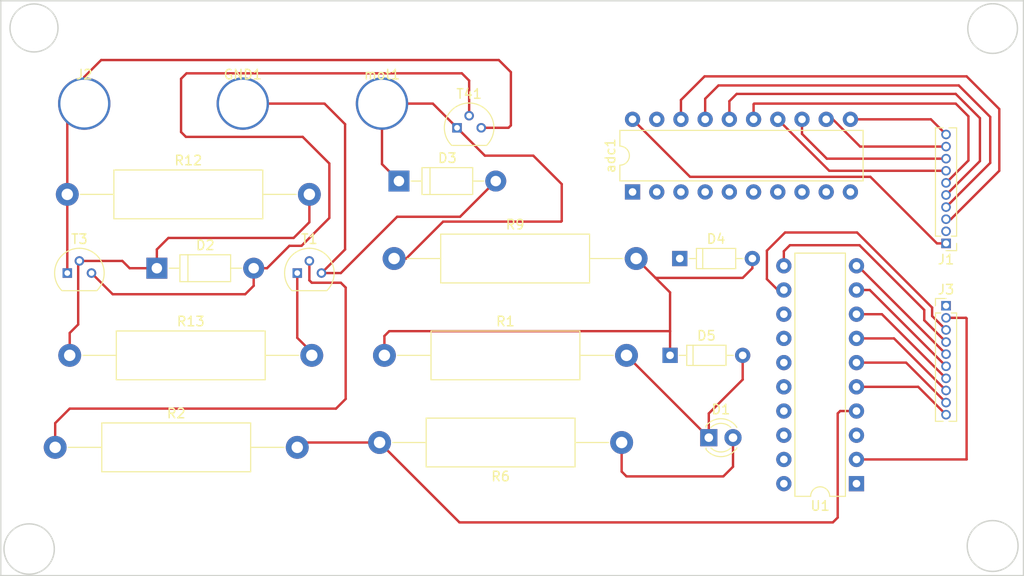
<source format=kicad_pcb>
(kicad_pcb (version 4) (host pcbnew 4.0.7)

  (general
    (links 41)
    (no_connects 0)
    (area 151.689999 93.269999 259.155001 153.745001)
    (thickness 1.6)
    (drawings 8)
    (tracks 168)
    (zones 0)
    (modules 21)
    (nets 50)
  )

  (page A4)
  (layers
    (0 F.Cu signal)
    (31 B.Cu signal)
    (32 B.Adhes user)
    (33 F.Adhes user)
    (34 B.Paste user)
    (35 F.Paste user)
    (36 B.SilkS user)
    (37 F.SilkS user)
    (38 B.Mask user)
    (39 F.Mask user)
    (40 Dwgs.User user)
    (41 Cmts.User user)
    (42 Eco1.User user)
    (43 Eco2.User user)
    (44 Edge.Cuts user)
    (45 Margin user)
    (46 B.CrtYd user)
    (47 F.CrtYd user)
    (48 B.Fab user)
    (49 F.Fab user)
  )

  (setup
    (last_trace_width 0.25)
    (trace_clearance 0.2)
    (zone_clearance 0.508)
    (zone_45_only no)
    (trace_min 0.2)
    (segment_width 0.2)
    (edge_width 0.15)
    (via_size 0.6)
    (via_drill 0.4)
    (via_min_size 0.4)
    (via_min_drill 0.3)
    (uvia_size 0.3)
    (uvia_drill 0.1)
    (uvias_allowed no)
    (uvia_min_size 0.2)
    (uvia_min_drill 0.1)
    (pcb_text_width 0.3)
    (pcb_text_size 1.5 1.5)
    (mod_edge_width 0.15)
    (mod_text_size 1 1)
    (mod_text_width 0.15)
    (pad_size 5.5 5.5)
    (pad_drill 5)
    (pad_to_mask_clearance 0.2)
    (aux_axis_origin 0 0)
    (visible_elements 7FFFFFFF)
    (pcbplotparams
      (layerselection 0x00030_80000001)
      (usegerberextensions false)
      (excludeedgelayer true)
      (linewidth 0.100000)
      (plotframeref false)
      (viasonmask false)
      (mode 1)
      (useauxorigin false)
      (hpglpennumber 1)
      (hpglpenspeed 20)
      (hpglpendiameter 15)
      (hpglpenoverlay 2)
      (psnegative false)
      (psa4output false)
      (plotreference true)
      (plotvalue true)
      (plotinvisibletext false)
      (padsonsilk false)
      (subtractmaskfromsilk false)
      (outputformat 1)
      (mirror false)
      (drillshape 1)
      (scaleselection 1)
      (outputdirectory ""))
  )

  (net 0 "")
  (net 1 GND)
  (net 2 "Net-(D1-Pad2)")
  (net 3 "Net-(D2-Pad1)")
  (net 4 "Net-(D2-Pad2)")
  (net 5 "Net-(D3-Pad1)")
  (net 6 "Net-(D4-Pad2)")
  (net 7 "Net-(R2-Pad1)")
  (net 8 "Net-(R2-Pad2)")
  (net 9 "Net-(R13-Pad2)")
  (net 10 "Net-(adc1-Pad1)")
  (net 11 "Net-(adc1-Pad2)")
  (net 12 "Net-(adc1-Pad3)")
  (net 13 "Net-(adc1-Pad4)")
  (net 14 "Net-(adc1-Pad5)")
  (net 15 "Net-(adc1-Pad6)")
  (net 16 "Net-(adc1-Pad7)")
  (net 17 "Net-(adc1-Pad8)")
  (net 18 "Net-(adc1-Pad9)")
  (net 19 "Net-(adc1-Pad10)")
  (net 20 "Net-(adc1-Pad19)")
  (net 21 "Net-(J1-Pad1)")
  (net 22 "Net-(J1-Pad2)")
  (net 23 "Net-(J1-Pad3)")
  (net 24 "Net-(J1-Pad4)")
  (net 25 "Net-(J1-Pad5)")
  (net 26 "Net-(J1-Pad6)")
  (net 27 "Net-(J1-Pad7)")
  (net 28 "Net-(J1-Pad8)")
  (net 29 "Net-(J1-Pad9)")
  (net 30 "Net-(J1-Pad10)")
  (net 31 "Net-(D3-Pad2)")
  (net 32 +3V3)
  (net 33 "Net-(J2-Pad1)")
  (net 34 "Net-(J3-Pad1)")
  (net 35 "Net-(J3-Pad2)")
  (net 36 "Net-(J3-Pad3)")
  (net 37 "Net-(J3-Pad4)")
  (net 38 "Net-(J3-Pad5)")
  (net 39 "Net-(J3-Pad6)")
  (net 40 "Net-(J3-Pad7)")
  (net 41 "Net-(J3-Pad8)")
  (net 42 "Net-(J3-Pad9)")
  (net 43 "Net-(J3-Pad10)")
  (net 44 "Net-(U1-Pad1)")
  (net 45 "Net-(U1-Pad3)")
  (net 46 "Net-(U1-Pad13)")
  (net 47 "Net-(U1-Pad14)")
  (net 48 "Net-(U1-Pad15)")
  (net 49 "Net-(U1-Pad16)")

  (net_class Default "This is the default net class."
    (clearance 0.2)
    (trace_width 0.25)
    (via_dia 0.6)
    (via_drill 0.4)
    (uvia_dia 0.3)
    (uvia_drill 0.1)
    (add_net +3V3)
    (add_net GND)
    (add_net "Net-(D1-Pad2)")
    (add_net "Net-(D2-Pad1)")
    (add_net "Net-(D2-Pad2)")
    (add_net "Net-(D3-Pad1)")
    (add_net "Net-(D3-Pad2)")
    (add_net "Net-(D4-Pad2)")
    (add_net "Net-(J1-Pad1)")
    (add_net "Net-(J1-Pad10)")
    (add_net "Net-(J1-Pad2)")
    (add_net "Net-(J1-Pad3)")
    (add_net "Net-(J1-Pad4)")
    (add_net "Net-(J1-Pad5)")
    (add_net "Net-(J1-Pad6)")
    (add_net "Net-(J1-Pad7)")
    (add_net "Net-(J1-Pad8)")
    (add_net "Net-(J1-Pad9)")
    (add_net "Net-(J2-Pad1)")
    (add_net "Net-(J3-Pad1)")
    (add_net "Net-(J3-Pad10)")
    (add_net "Net-(J3-Pad2)")
    (add_net "Net-(J3-Pad3)")
    (add_net "Net-(J3-Pad4)")
    (add_net "Net-(J3-Pad5)")
    (add_net "Net-(J3-Pad6)")
    (add_net "Net-(J3-Pad7)")
    (add_net "Net-(J3-Pad8)")
    (add_net "Net-(J3-Pad9)")
    (add_net "Net-(R13-Pad2)")
    (add_net "Net-(R2-Pad1)")
    (add_net "Net-(R2-Pad2)")
    (add_net "Net-(U1-Pad1)")
    (add_net "Net-(U1-Pad13)")
    (add_net "Net-(U1-Pad14)")
    (add_net "Net-(U1-Pad15)")
    (add_net "Net-(U1-Pad16)")
    (add_net "Net-(U1-Pad3)")
    (add_net "Net-(adc1-Pad1)")
    (add_net "Net-(adc1-Pad10)")
    (add_net "Net-(adc1-Pad19)")
    (add_net "Net-(adc1-Pad2)")
    (add_net "Net-(adc1-Pad3)")
    (add_net "Net-(adc1-Pad4)")
    (add_net "Net-(adc1-Pad5)")
    (add_net "Net-(adc1-Pad6)")
    (add_net "Net-(adc1-Pad7)")
    (add_net "Net-(adc1-Pad8)")
    (add_net "Net-(adc1-Pad9)")
  )

  (module LEDs:LED_D3.0mm (layer F.Cu) (tedit 587A3A7B) (tstamp 5ADC9DDB)
    (at 226.06 139.192)
    (descr "LED, diameter 3.0mm, 2 pins")
    (tags "LED diameter 3.0mm 2 pins")
    (path /5ADC882C)
    (fp_text reference D1 (at 1.27 -2.96) (layer F.SilkS)
      (effects (font (size 1 1) (thickness 0.15)))
    )
    (fp_text value LED (at 1.27 2.96) (layer F.Fab)
      (effects (font (size 1 1) (thickness 0.15)))
    )
    (fp_arc (start 1.27 0) (end -0.23 -1.16619) (angle 284.3) (layer F.Fab) (width 0.1))
    (fp_arc (start 1.27 0) (end -0.29 -1.235516) (angle 108.8) (layer F.SilkS) (width 0.12))
    (fp_arc (start 1.27 0) (end -0.29 1.235516) (angle -108.8) (layer F.SilkS) (width 0.12))
    (fp_arc (start 1.27 0) (end 0.229039 -1.08) (angle 87.9) (layer F.SilkS) (width 0.12))
    (fp_arc (start 1.27 0) (end 0.229039 1.08) (angle -87.9) (layer F.SilkS) (width 0.12))
    (fp_circle (center 1.27 0) (end 2.77 0) (layer F.Fab) (width 0.1))
    (fp_line (start -0.23 -1.16619) (end -0.23 1.16619) (layer F.Fab) (width 0.1))
    (fp_line (start -0.29 -1.236) (end -0.29 -1.08) (layer F.SilkS) (width 0.12))
    (fp_line (start -0.29 1.08) (end -0.29 1.236) (layer F.SilkS) (width 0.12))
    (fp_line (start -1.15 -2.25) (end -1.15 2.25) (layer F.CrtYd) (width 0.05))
    (fp_line (start -1.15 2.25) (end 3.7 2.25) (layer F.CrtYd) (width 0.05))
    (fp_line (start 3.7 2.25) (end 3.7 -2.25) (layer F.CrtYd) (width 0.05))
    (fp_line (start 3.7 -2.25) (end -1.15 -2.25) (layer F.CrtYd) (width 0.05))
    (pad 1 thru_hole rect (at 0 0) (size 1.8 1.8) (drill 0.9) (layers *.Cu *.Mask)
      (net 1 GND))
    (pad 2 thru_hole circle (at 2.54 0) (size 1.8 1.8) (drill 0.9) (layers *.Cu *.Mask)
      (net 2 "Net-(D1-Pad2)"))
    (model ${KISYS3DMOD}/LEDs.3dshapes/LED_D3.0mm.wrl
      (at (xyz 0 0 0))
      (scale (xyz 0.393701 0.393701 0.393701))
      (rotate (xyz 0 0 0))
    )
  )

  (module Diodes_THT:D_DO-41_SOD81_P10.16mm_Horizontal (layer F.Cu) (tedit 5ADDA8AE) (tstamp 5ADC9DE1)
    (at 168.148 121.412)
    (descr "D, DO-41_SOD81 series, Axial, Horizontal, pin pitch=10.16mm, , length*diameter=5.2*2.7mm^2, , http://www.diodes.com/_files/packages/DO-41%20(Plastic).pdf")
    (tags "D DO-41_SOD81 series Axial Horizontal pin pitch 10.16mm  length 5.2mm diameter 2.7mm")
    (path /5ADC7D06)
    (fp_text reference D2 (at 5.08 -2.41) (layer F.SilkS)
      (effects (font (size 1 1) (thickness 0.15)))
    )
    (fp_text value BA159 (at 5.08 2.41) (layer F.Fab)
      (effects (font (size 1 1) (thickness 0.15)))
    )
    (fp_text user %R (at 7.62 -1.016) (layer F.Fab)
      (effects (font (size 1 1) (thickness 0.15)))
    )
    (fp_line (start 2.48 -1.35) (end 2.48 1.35) (layer F.Fab) (width 0.1))
    (fp_line (start 2.48 1.35) (end 7.68 1.35) (layer F.Fab) (width 0.1))
    (fp_line (start 7.68 1.35) (end 7.68 -1.35) (layer F.Fab) (width 0.1))
    (fp_line (start 7.68 -1.35) (end 2.48 -1.35) (layer F.Fab) (width 0.1))
    (fp_line (start 0 0) (end 2.48 0) (layer F.Fab) (width 0.1))
    (fp_line (start 10.16 0) (end 7.68 0) (layer F.Fab) (width 0.1))
    (fp_line (start 3.26 -1.35) (end 3.26 1.35) (layer F.Fab) (width 0.1))
    (fp_line (start 2.42 -1.41) (end 2.42 1.41) (layer F.SilkS) (width 0.12))
    (fp_line (start 2.42 1.41) (end 7.74 1.41) (layer F.SilkS) (width 0.12))
    (fp_line (start 7.74 1.41) (end 7.74 -1.41) (layer F.SilkS) (width 0.12))
    (fp_line (start 7.74 -1.41) (end 2.42 -1.41) (layer F.SilkS) (width 0.12))
    (fp_line (start 1.28 0) (end 2.42 0) (layer F.SilkS) (width 0.12))
    (fp_line (start 8.88 0) (end 7.74 0) (layer F.SilkS) (width 0.12))
    (fp_line (start 3.26 -1.41) (end 3.26 1.41) (layer F.SilkS) (width 0.12))
    (fp_line (start -1.35 -1.7) (end -1.35 1.7) (layer F.CrtYd) (width 0.05))
    (fp_line (start -1.35 1.7) (end 11.55 1.7) (layer F.CrtYd) (width 0.05))
    (fp_line (start 11.55 1.7) (end 11.55 -1.7) (layer F.CrtYd) (width 0.05))
    (fp_line (start 11.55 -1.7) (end -1.35 -1.7) (layer F.CrtYd) (width 0.05))
    (pad 1 thru_hole rect (at 0 0) (size 2.2 2.2) (drill 1.1) (layers *.Cu *.Mask)
      (net 3 "Net-(D2-Pad1)"))
    (pad 2 thru_hole oval (at 10.16 0) (size 2.2 2.2) (drill 1.1) (layers *.Cu *.Mask)
      (net 4 "Net-(D2-Pad2)"))
    (model ${KISYS3DMOD}/Diodes_THT.3dshapes/D_DO-41_SOD81_P10.16mm_Horizontal.wrl
      (at (xyz 0 0 0))
      (scale (xyz 0.393701 0.393701 0.393701))
      (rotate (xyz 0 0 0))
    )
  )

  (module Diodes_THT:D_DO-41_SOD81_P10.16mm_Horizontal (layer F.Cu) (tedit 5ADDA75E) (tstamp 5ADC9DE7)
    (at 193.548 112.268)
    (descr "D, DO-41_SOD81 series, Axial, Horizontal, pin pitch=10.16mm, , length*diameter=5.2*2.7mm^2, , http://www.diodes.com/_files/packages/DO-41%20(Plastic).pdf")
    (tags "D DO-41_SOD81 series Axial Horizontal pin pitch 10.16mm  length 5.2mm diameter 2.7mm")
    (path /5ADC7E92)
    (fp_text reference D3 (at 5.08 -2.41) (layer F.SilkS)
      (effects (font (size 1 1) (thickness 0.15)))
    )
    (fp_text value BA159 (at 5.08 2.41) (layer F.Fab)
      (effects (font (size 1 1) (thickness 0.15)))
    )
    (fp_text user %R (at 6.7945 0.9525) (layer F.Fab)
      (effects (font (size 1 1) (thickness 0.15)))
    )
    (fp_line (start 2.48 -1.35) (end 2.48 1.35) (layer F.Fab) (width 0.1))
    (fp_line (start 2.48 1.35) (end 7.68 1.35) (layer F.Fab) (width 0.1))
    (fp_line (start 7.68 1.35) (end 7.68 -1.35) (layer F.Fab) (width 0.1))
    (fp_line (start 7.68 -1.35) (end 2.48 -1.35) (layer F.Fab) (width 0.1))
    (fp_line (start 0 0) (end 2.48 0) (layer F.Fab) (width 0.1))
    (fp_line (start 10.16 0) (end 7.68 0) (layer F.Fab) (width 0.1))
    (fp_line (start 3.26 -1.35) (end 3.26 1.35) (layer F.Fab) (width 0.1))
    (fp_line (start 2.42 -1.41) (end 2.42 1.41) (layer F.SilkS) (width 0.12))
    (fp_line (start 2.42 1.41) (end 7.74 1.41) (layer F.SilkS) (width 0.12))
    (fp_line (start 7.74 1.41) (end 7.74 -1.41) (layer F.SilkS) (width 0.12))
    (fp_line (start 7.74 -1.41) (end 2.42 -1.41) (layer F.SilkS) (width 0.12))
    (fp_line (start 1.28 0) (end 2.42 0) (layer F.SilkS) (width 0.12))
    (fp_line (start 8.88 0) (end 7.74 0) (layer F.SilkS) (width 0.12))
    (fp_line (start 3.26 -1.41) (end 3.26 1.41) (layer F.SilkS) (width 0.12))
    (fp_line (start -1.35 -1.7) (end -1.35 1.7) (layer F.CrtYd) (width 0.05))
    (fp_line (start -1.35 1.7) (end 11.55 1.7) (layer F.CrtYd) (width 0.05))
    (fp_line (start 11.55 1.7) (end 11.55 -1.7) (layer F.CrtYd) (width 0.05))
    (fp_line (start 11.55 -1.7) (end -1.35 -1.7) (layer F.CrtYd) (width 0.05))
    (pad 1 thru_hole rect (at 0 0) (size 2.2 2.2) (drill 1.1) (layers *.Cu *.Mask)
      (net 5 "Net-(D3-Pad1)"))
    (pad 2 thru_hole oval (at 10.16 0) (size 2.2 2.2) (drill 1.1) (layers *.Cu *.Mask)
      (net 31 "Net-(D3-Pad2)"))
    (model ${KISYS3DMOD}/Diodes_THT.3dshapes/D_DO-41_SOD81_P10.16mm_Horizontal.wrl
      (at (xyz 0 0 0))
      (scale (xyz 0.393701 0.393701 0.393701))
      (rotate (xyz 0 0 0))
    )
  )

  (module Diodes_THT:D_DO-35_SOD27_P7.62mm_Horizontal (layer F.Cu) (tedit 5921392F) (tstamp 5ADC9DED)
    (at 223.012 120.396)
    (descr "D, DO-35_SOD27 series, Axial, Horizontal, pin pitch=7.62mm, , length*diameter=4*2mm^2, , http://www.diodes.com/_files/packages/DO-35.pdf")
    (tags "D DO-35_SOD27 series Axial Horizontal pin pitch 7.62mm  length 4mm diameter 2mm")
    (path /5ADC81BB)
    (fp_text reference D4 (at 3.81 -2.06) (layer F.SilkS)
      (effects (font (size 1 1) (thickness 0.15)))
    )
    (fp_text value 1N4148 (at 3.81 2.06) (layer F.Fab)
      (effects (font (size 1 1) (thickness 0.15)))
    )
    (fp_text user %R (at 3.81 0) (layer F.Fab)
      (effects (font (size 1 1) (thickness 0.15)))
    )
    (fp_line (start 1.81 -1) (end 1.81 1) (layer F.Fab) (width 0.1))
    (fp_line (start 1.81 1) (end 5.81 1) (layer F.Fab) (width 0.1))
    (fp_line (start 5.81 1) (end 5.81 -1) (layer F.Fab) (width 0.1))
    (fp_line (start 5.81 -1) (end 1.81 -1) (layer F.Fab) (width 0.1))
    (fp_line (start 0 0) (end 1.81 0) (layer F.Fab) (width 0.1))
    (fp_line (start 7.62 0) (end 5.81 0) (layer F.Fab) (width 0.1))
    (fp_line (start 2.41 -1) (end 2.41 1) (layer F.Fab) (width 0.1))
    (fp_line (start 1.75 -1.06) (end 1.75 1.06) (layer F.SilkS) (width 0.12))
    (fp_line (start 1.75 1.06) (end 5.87 1.06) (layer F.SilkS) (width 0.12))
    (fp_line (start 5.87 1.06) (end 5.87 -1.06) (layer F.SilkS) (width 0.12))
    (fp_line (start 5.87 -1.06) (end 1.75 -1.06) (layer F.SilkS) (width 0.12))
    (fp_line (start 0.98 0) (end 1.75 0) (layer F.SilkS) (width 0.12))
    (fp_line (start 6.64 0) (end 5.87 0) (layer F.SilkS) (width 0.12))
    (fp_line (start 2.41 -1.06) (end 2.41 1.06) (layer F.SilkS) (width 0.12))
    (fp_line (start -1.05 -1.35) (end -1.05 1.35) (layer F.CrtYd) (width 0.05))
    (fp_line (start -1.05 1.35) (end 8.7 1.35) (layer F.CrtYd) (width 0.05))
    (fp_line (start 8.7 1.35) (end 8.7 -1.35) (layer F.CrtYd) (width 0.05))
    (fp_line (start 8.7 -1.35) (end -1.05 -1.35) (layer F.CrtYd) (width 0.05))
    (pad 1 thru_hole rect (at 0 0) (size 1.6 1.6) (drill 0.8) (layers *.Cu *.Mask)
      (net 32 +3V3))
    (pad 2 thru_hole oval (at 7.62 0) (size 1.6 1.6) (drill 0.8) (layers *.Cu *.Mask)
      (net 6 "Net-(D4-Pad2)"))
    (model ${KISYS3DMOD}/Diodes_THT.3dshapes/D_DO-35_SOD27_P7.62mm_Horizontal.wrl
      (at (xyz 0 0 0))
      (scale (xyz 0.393701 0.393701 0.393701))
      (rotate (xyz 0 0 0))
    )
  )

  (module Diodes_THT:D_DO-35_SOD27_P7.62mm_Horizontal (layer F.Cu) (tedit 5ADDACA2) (tstamp 5ADC9DF3)
    (at 221.996 130.556)
    (descr "D, DO-35_SOD27 series, Axial, Horizontal, pin pitch=7.62mm, , length*diameter=4*2mm^2, , http://www.diodes.com/_files/packages/DO-35.pdf")
    (tags "D DO-35_SOD27 series Axial Horizontal pin pitch 7.62mm  length 4mm diameter 2mm")
    (path /5ADC826C)
    (fp_text reference D5 (at 3.81 -2.06) (layer F.SilkS)
      (effects (font (size 1 1) (thickness 0.15)))
    )
    (fp_text value 1N4148 (at 3.81 2.06) (layer F.Fab)
      (effects (font (size 1 1) (thickness 0.15)))
    )
    (fp_text user %R (at 4.0005 -2.54) (layer F.Fab)
      (effects (font (size 1 1) (thickness 0.15)))
    )
    (fp_line (start 1.81 -1) (end 1.81 1) (layer F.Fab) (width 0.1))
    (fp_line (start 1.81 1) (end 5.81 1) (layer F.Fab) (width 0.1))
    (fp_line (start 5.81 1) (end 5.81 -1) (layer F.Fab) (width 0.1))
    (fp_line (start 5.81 -1) (end 1.81 -1) (layer F.Fab) (width 0.1))
    (fp_line (start 0 0) (end 1.81 0) (layer F.Fab) (width 0.1))
    (fp_line (start 7.62 0) (end 5.81 0) (layer F.Fab) (width 0.1))
    (fp_line (start 2.41 -1) (end 2.41 1) (layer F.Fab) (width 0.1))
    (fp_line (start 1.75 -1.06) (end 1.75 1.06) (layer F.SilkS) (width 0.12))
    (fp_line (start 1.75 1.06) (end 5.87 1.06) (layer F.SilkS) (width 0.12))
    (fp_line (start 5.87 1.06) (end 5.87 -1.06) (layer F.SilkS) (width 0.12))
    (fp_line (start 5.87 -1.06) (end 1.75 -1.06) (layer F.SilkS) (width 0.12))
    (fp_line (start 0.98 0) (end 1.75 0) (layer F.SilkS) (width 0.12))
    (fp_line (start 6.64 0) (end 5.87 0) (layer F.SilkS) (width 0.12))
    (fp_line (start 2.41 -1.06) (end 2.41 1.06) (layer F.SilkS) (width 0.12))
    (fp_line (start -1.05 -1.35) (end -1.05 1.35) (layer F.CrtYd) (width 0.05))
    (fp_line (start -1.05 1.35) (end 8.7 1.35) (layer F.CrtYd) (width 0.05))
    (fp_line (start 8.7 1.35) (end 8.7 -1.35) (layer F.CrtYd) (width 0.05))
    (fp_line (start 8.7 -1.35) (end -1.05 -1.35) (layer F.CrtYd) (width 0.05))
    (pad 1 thru_hole rect (at 0 0) (size 1.6 1.6) (drill 0.8) (layers *.Cu *.Mask)
      (net 6 "Net-(D4-Pad2)"))
    (pad 2 thru_hole oval (at 7.62 0) (size 1.6 1.6) (drill 0.8) (layers *.Cu *.Mask)
      (net 1 GND))
    (model ${KISYS3DMOD}/Diodes_THT.3dshapes/D_DO-35_SOD27_P7.62mm_Horizontal.wrl
      (at (xyz 0 0 0))
      (scale (xyz 0.393701 0.393701 0.393701))
      (rotate (xyz 0 0 0))
    )
  )

  (module Resistors_THT:R_Axial_DIN0516_L15.5mm_D5.0mm_P25.40mm_Horizontal (layer F.Cu) (tedit 5874F706) (tstamp 5ADC9DF9)
    (at 192.024 130.556)
    (descr "Resistor, Axial_DIN0516 series, Axial, Horizontal, pin pitch=25.4mm, 2W, length*diameter=15.5*5mm^2, http://cdn-reichelt.de/documents/datenblatt/B400/1_4W%23YAG.pdf")
    (tags "Resistor Axial_DIN0516 series Axial Horizontal pin pitch 25.4mm 2W length 15.5mm diameter 5mm")
    (path /5ADC82C4)
    (fp_text reference R1 (at 12.7 -3.56) (layer F.SilkS)
      (effects (font (size 1 1) (thickness 0.15)))
    )
    (fp_text value 4.7k (at 12.7 3.56) (layer F.Fab)
      (effects (font (size 1 1) (thickness 0.15)))
    )
    (fp_line (start 4.95 -2.5) (end 4.95 2.5) (layer F.Fab) (width 0.1))
    (fp_line (start 4.95 2.5) (end 20.45 2.5) (layer F.Fab) (width 0.1))
    (fp_line (start 20.45 2.5) (end 20.45 -2.5) (layer F.Fab) (width 0.1))
    (fp_line (start 20.45 -2.5) (end 4.95 -2.5) (layer F.Fab) (width 0.1))
    (fp_line (start 0 0) (end 4.95 0) (layer F.Fab) (width 0.1))
    (fp_line (start 25.4 0) (end 20.45 0) (layer F.Fab) (width 0.1))
    (fp_line (start 4.89 -2.56) (end 4.89 2.56) (layer F.SilkS) (width 0.12))
    (fp_line (start 4.89 2.56) (end 20.51 2.56) (layer F.SilkS) (width 0.12))
    (fp_line (start 20.51 2.56) (end 20.51 -2.56) (layer F.SilkS) (width 0.12))
    (fp_line (start 20.51 -2.56) (end 4.89 -2.56) (layer F.SilkS) (width 0.12))
    (fp_line (start 1.38 0) (end 4.89 0) (layer F.SilkS) (width 0.12))
    (fp_line (start 24.02 0) (end 20.51 0) (layer F.SilkS) (width 0.12))
    (fp_line (start -1.45 -2.85) (end -1.45 2.85) (layer F.CrtYd) (width 0.05))
    (fp_line (start -1.45 2.85) (end 26.85 2.85) (layer F.CrtYd) (width 0.05))
    (fp_line (start 26.85 2.85) (end 26.85 -2.85) (layer F.CrtYd) (width 0.05))
    (fp_line (start 26.85 -2.85) (end -1.45 -2.85) (layer F.CrtYd) (width 0.05))
    (pad 1 thru_hole circle (at 0 0) (size 2.4 2.4) (drill 1.2) (layers *.Cu *.Mask)
      (net 6 "Net-(D4-Pad2)"))
    (pad 2 thru_hole oval (at 25.4 0) (size 2.4 2.4) (drill 1.2) (layers *.Cu *.Mask)
      (net 1 GND))
    (model ${KISYS3DMOD}/Resistors_THT.3dshapes/R_Axial_DIN0516_L15.5mm_D5.0mm_P25.40mm_Horizontal.wrl
      (at (xyz 0 0 0))
      (scale (xyz 0.393701 0.393701 0.393701))
      (rotate (xyz 0 0 0))
    )
  )

  (module Resistors_THT:R_Axial_DIN0516_L15.5mm_D5.0mm_P25.40mm_Horizontal (layer F.Cu) (tedit 5874F706) (tstamp 5ADC9DFF)
    (at 157.48 140.208)
    (descr "Resistor, Axial_DIN0516 series, Axial, Horizontal, pin pitch=25.4mm, 2W, length*diameter=15.5*5mm^2, http://cdn-reichelt.de/documents/datenblatt/B400/1_4W%23YAG.pdf")
    (tags "Resistor Axial_DIN0516 series Axial Horizontal pin pitch 25.4mm 2W length 15.5mm diameter 5mm")
    (path /5ADC7FDB)
    (fp_text reference R2 (at 12.7 -3.56) (layer F.SilkS)
      (effects (font (size 1 1) (thickness 0.15)))
    )
    (fp_text value 10k (at 12.7 3.56) (layer F.Fab)
      (effects (font (size 1 1) (thickness 0.15)))
    )
    (fp_line (start 4.95 -2.5) (end 4.95 2.5) (layer F.Fab) (width 0.1))
    (fp_line (start 4.95 2.5) (end 20.45 2.5) (layer F.Fab) (width 0.1))
    (fp_line (start 20.45 2.5) (end 20.45 -2.5) (layer F.Fab) (width 0.1))
    (fp_line (start 20.45 -2.5) (end 4.95 -2.5) (layer F.Fab) (width 0.1))
    (fp_line (start 0 0) (end 4.95 0) (layer F.Fab) (width 0.1))
    (fp_line (start 25.4 0) (end 20.45 0) (layer F.Fab) (width 0.1))
    (fp_line (start 4.89 -2.56) (end 4.89 2.56) (layer F.SilkS) (width 0.12))
    (fp_line (start 4.89 2.56) (end 20.51 2.56) (layer F.SilkS) (width 0.12))
    (fp_line (start 20.51 2.56) (end 20.51 -2.56) (layer F.SilkS) (width 0.12))
    (fp_line (start 20.51 -2.56) (end 4.89 -2.56) (layer F.SilkS) (width 0.12))
    (fp_line (start 1.38 0) (end 4.89 0) (layer F.SilkS) (width 0.12))
    (fp_line (start 24.02 0) (end 20.51 0) (layer F.SilkS) (width 0.12))
    (fp_line (start -1.45 -2.85) (end -1.45 2.85) (layer F.CrtYd) (width 0.05))
    (fp_line (start -1.45 2.85) (end 26.85 2.85) (layer F.CrtYd) (width 0.05))
    (fp_line (start 26.85 2.85) (end 26.85 -2.85) (layer F.CrtYd) (width 0.05))
    (fp_line (start 26.85 -2.85) (end -1.45 -2.85) (layer F.CrtYd) (width 0.05))
    (pad 1 thru_hole circle (at 0 0) (size 2.4 2.4) (drill 1.2) (layers *.Cu *.Mask)
      (net 7 "Net-(R2-Pad1)"))
    (pad 2 thru_hole oval (at 25.4 0) (size 2.4 2.4) (drill 1.2) (layers *.Cu *.Mask)
      (net 8 "Net-(R2-Pad2)"))
    (model ${KISYS3DMOD}/Resistors_THT.3dshapes/R_Axial_DIN0516_L15.5mm_D5.0mm_P25.40mm_Horizontal.wrl
      (at (xyz 0 0 0))
      (scale (xyz 0.393701 0.393701 0.393701))
      (rotate (xyz 0 0 0))
    )
  )

  (module Resistors_THT:R_Axial_DIN0516_L15.5mm_D5.0mm_P25.40mm_Horizontal (layer F.Cu) (tedit 5874F706) (tstamp 5ADC9E05)
    (at 216.916 139.7 180)
    (descr "Resistor, Axial_DIN0516 series, Axial, Horizontal, pin pitch=25.4mm, 2W, length*diameter=15.5*5mm^2, http://cdn-reichelt.de/documents/datenblatt/B400/1_4W%23YAG.pdf")
    (tags "Resistor Axial_DIN0516 series Axial Horizontal pin pitch 25.4mm 2W length 15.5mm diameter 5mm")
    (path /5ADC87EC)
    (fp_text reference R6 (at 12.7 -3.56 180) (layer F.SilkS)
      (effects (font (size 1 1) (thickness 0.15)))
    )
    (fp_text value 0.47k (at 12.7 3.56 180) (layer F.Fab)
      (effects (font (size 1 1) (thickness 0.15)))
    )
    (fp_line (start 4.95 -2.5) (end 4.95 2.5) (layer F.Fab) (width 0.1))
    (fp_line (start 4.95 2.5) (end 20.45 2.5) (layer F.Fab) (width 0.1))
    (fp_line (start 20.45 2.5) (end 20.45 -2.5) (layer F.Fab) (width 0.1))
    (fp_line (start 20.45 -2.5) (end 4.95 -2.5) (layer F.Fab) (width 0.1))
    (fp_line (start 0 0) (end 4.95 0) (layer F.Fab) (width 0.1))
    (fp_line (start 25.4 0) (end 20.45 0) (layer F.Fab) (width 0.1))
    (fp_line (start 4.89 -2.56) (end 4.89 2.56) (layer F.SilkS) (width 0.12))
    (fp_line (start 4.89 2.56) (end 20.51 2.56) (layer F.SilkS) (width 0.12))
    (fp_line (start 20.51 2.56) (end 20.51 -2.56) (layer F.SilkS) (width 0.12))
    (fp_line (start 20.51 -2.56) (end 4.89 -2.56) (layer F.SilkS) (width 0.12))
    (fp_line (start 1.38 0) (end 4.89 0) (layer F.SilkS) (width 0.12))
    (fp_line (start 24.02 0) (end 20.51 0) (layer F.SilkS) (width 0.12))
    (fp_line (start -1.45 -2.85) (end -1.45 2.85) (layer F.CrtYd) (width 0.05))
    (fp_line (start -1.45 2.85) (end 26.85 2.85) (layer F.CrtYd) (width 0.05))
    (fp_line (start 26.85 2.85) (end 26.85 -2.85) (layer F.CrtYd) (width 0.05))
    (fp_line (start 26.85 -2.85) (end -1.45 -2.85) (layer F.CrtYd) (width 0.05))
    (pad 1 thru_hole circle (at 0 0 180) (size 2.4 2.4) (drill 1.2) (layers *.Cu *.Mask)
      (net 2 "Net-(D1-Pad2)"))
    (pad 2 thru_hole oval (at 25.4 0 180) (size 2.4 2.4) (drill 1.2) (layers *.Cu *.Mask)
      (net 8 "Net-(R2-Pad2)"))
    (model ${KISYS3DMOD}/Resistors_THT.3dshapes/R_Axial_DIN0516_L15.5mm_D5.0mm_P25.40mm_Horizontal.wrl
      (at (xyz 0 0 0))
      (scale (xyz 0.393701 0.393701 0.393701))
      (rotate (xyz 0 0 0))
    )
  )

  (module Resistors_THT:R_Axial_DIN0516_L15.5mm_D5.0mm_P25.40mm_Horizontal (layer F.Cu) (tedit 5874F706) (tstamp 5ADC9E0B)
    (at 193.04 120.396)
    (descr "Resistor, Axial_DIN0516 series, Axial, Horizontal, pin pitch=25.4mm, 2W, length*diameter=15.5*5mm^2, http://cdn-reichelt.de/documents/datenblatt/B400/1_4W%23YAG.pdf")
    (tags "Resistor Axial_DIN0516 series Axial Horizontal pin pitch 25.4mm 2W length 15.5mm diameter 5mm")
    (path /5ADC814B)
    (fp_text reference R9 (at 12.7 -3.56) (layer F.SilkS)
      (effects (font (size 1 1) (thickness 0.15)))
    )
    (fp_text value 4.7k (at 12.7 3.56) (layer F.Fab)
      (effects (font (size 1 1) (thickness 0.15)))
    )
    (fp_line (start 4.95 -2.5) (end 4.95 2.5) (layer F.Fab) (width 0.1))
    (fp_line (start 4.95 2.5) (end 20.45 2.5) (layer F.Fab) (width 0.1))
    (fp_line (start 20.45 2.5) (end 20.45 -2.5) (layer F.Fab) (width 0.1))
    (fp_line (start 20.45 -2.5) (end 4.95 -2.5) (layer F.Fab) (width 0.1))
    (fp_line (start 0 0) (end 4.95 0) (layer F.Fab) (width 0.1))
    (fp_line (start 25.4 0) (end 20.45 0) (layer F.Fab) (width 0.1))
    (fp_line (start 4.89 -2.56) (end 4.89 2.56) (layer F.SilkS) (width 0.12))
    (fp_line (start 4.89 2.56) (end 20.51 2.56) (layer F.SilkS) (width 0.12))
    (fp_line (start 20.51 2.56) (end 20.51 -2.56) (layer F.SilkS) (width 0.12))
    (fp_line (start 20.51 -2.56) (end 4.89 -2.56) (layer F.SilkS) (width 0.12))
    (fp_line (start 1.38 0) (end 4.89 0) (layer F.SilkS) (width 0.12))
    (fp_line (start 24.02 0) (end 20.51 0) (layer F.SilkS) (width 0.12))
    (fp_line (start -1.45 -2.85) (end -1.45 2.85) (layer F.CrtYd) (width 0.05))
    (fp_line (start -1.45 2.85) (end 26.85 2.85) (layer F.CrtYd) (width 0.05))
    (fp_line (start 26.85 2.85) (end 26.85 -2.85) (layer F.CrtYd) (width 0.05))
    (fp_line (start 26.85 -2.85) (end -1.45 -2.85) (layer F.CrtYd) (width 0.05))
    (pad 1 thru_hole circle (at 0 0) (size 2.4 2.4) (drill 1.2) (layers *.Cu *.Mask)
      (net 5 "Net-(D3-Pad1)"))
    (pad 2 thru_hole oval (at 25.4 0) (size 2.4 2.4) (drill 1.2) (layers *.Cu *.Mask)
      (net 6 "Net-(D4-Pad2)"))
    (model ${KISYS3DMOD}/Resistors_THT.3dshapes/R_Axial_DIN0516_L15.5mm_D5.0mm_P25.40mm_Horizontal.wrl
      (at (xyz 0 0 0))
      (scale (xyz 0.393701 0.393701 0.393701))
      (rotate (xyz 0 0 0))
    )
  )

  (module Resistors_THT:R_Axial_DIN0516_L15.5mm_D5.0mm_P25.40mm_Horizontal (layer F.Cu) (tedit 5874F706) (tstamp 5ADC9E11)
    (at 158.75 113.665)
    (descr "Resistor, Axial_DIN0516 series, Axial, Horizontal, pin pitch=25.4mm, 2W, length*diameter=15.5*5mm^2, http://cdn-reichelt.de/documents/datenblatt/B400/1_4W%23YAG.pdf")
    (tags "Resistor Axial_DIN0516 series Axial Horizontal pin pitch 25.4mm 2W length 15.5mm diameter 5mm")
    (path /5ADC77F7)
    (fp_text reference R12 (at 12.7 -3.56) (layer F.SilkS)
      (effects (font (size 1 1) (thickness 0.15)))
    )
    (fp_text value 2.2k (at 12.7 3.56) (layer F.Fab)
      (effects (font (size 1 1) (thickness 0.15)))
    )
    (fp_line (start 4.95 -2.5) (end 4.95 2.5) (layer F.Fab) (width 0.1))
    (fp_line (start 4.95 2.5) (end 20.45 2.5) (layer F.Fab) (width 0.1))
    (fp_line (start 20.45 2.5) (end 20.45 -2.5) (layer F.Fab) (width 0.1))
    (fp_line (start 20.45 -2.5) (end 4.95 -2.5) (layer F.Fab) (width 0.1))
    (fp_line (start 0 0) (end 4.95 0) (layer F.Fab) (width 0.1))
    (fp_line (start 25.4 0) (end 20.45 0) (layer F.Fab) (width 0.1))
    (fp_line (start 4.89 -2.56) (end 4.89 2.56) (layer F.SilkS) (width 0.12))
    (fp_line (start 4.89 2.56) (end 20.51 2.56) (layer F.SilkS) (width 0.12))
    (fp_line (start 20.51 2.56) (end 20.51 -2.56) (layer F.SilkS) (width 0.12))
    (fp_line (start 20.51 -2.56) (end 4.89 -2.56) (layer F.SilkS) (width 0.12))
    (fp_line (start 1.38 0) (end 4.89 0) (layer F.SilkS) (width 0.12))
    (fp_line (start 24.02 0) (end 20.51 0) (layer F.SilkS) (width 0.12))
    (fp_line (start -1.45 -2.85) (end -1.45 2.85) (layer F.CrtYd) (width 0.05))
    (fp_line (start -1.45 2.85) (end 26.85 2.85) (layer F.CrtYd) (width 0.05))
    (fp_line (start 26.85 2.85) (end 26.85 -2.85) (layer F.CrtYd) (width 0.05))
    (fp_line (start 26.85 -2.85) (end -1.45 -2.85) (layer F.CrtYd) (width 0.05))
    (pad 1 thru_hole circle (at 0 0) (size 2.4 2.4) (drill 1.2) (layers *.Cu *.Mask)
      (net 33 "Net-(J2-Pad1)"))
    (pad 2 thru_hole oval (at 25.4 0) (size 2.4 2.4) (drill 1.2) (layers *.Cu *.Mask)
      (net 3 "Net-(D2-Pad1)"))
    (model ${KISYS3DMOD}/Resistors_THT.3dshapes/R_Axial_DIN0516_L15.5mm_D5.0mm_P25.40mm_Horizontal.wrl
      (at (xyz 0 0 0))
      (scale (xyz 0.393701 0.393701 0.393701))
      (rotate (xyz 0 0 0))
    )
  )

  (module Resistors_THT:R_Axial_DIN0516_L15.5mm_D5.0mm_P25.40mm_Horizontal (layer F.Cu) (tedit 5874F706) (tstamp 5ADC9E17)
    (at 159.004 130.556)
    (descr "Resistor, Axial_DIN0516 series, Axial, Horizontal, pin pitch=25.4mm, 2W, length*diameter=15.5*5mm^2, http://cdn-reichelt.de/documents/datenblatt/B400/1_4W%23YAG.pdf")
    (tags "Resistor Axial_DIN0516 series Axial Horizontal pin pitch 25.4mm 2W length 15.5mm diameter 5mm")
    (path /5ADC7D89)
    (fp_text reference R13 (at 12.7 -3.56) (layer F.SilkS)
      (effects (font (size 1 1) (thickness 0.15)))
    )
    (fp_text value 0.015k (at 12.7 3.56) (layer F.Fab)
      (effects (font (size 1 1) (thickness 0.15)))
    )
    (fp_line (start 4.95 -2.5) (end 4.95 2.5) (layer F.Fab) (width 0.1))
    (fp_line (start 4.95 2.5) (end 20.45 2.5) (layer F.Fab) (width 0.1))
    (fp_line (start 20.45 2.5) (end 20.45 -2.5) (layer F.Fab) (width 0.1))
    (fp_line (start 20.45 -2.5) (end 4.95 -2.5) (layer F.Fab) (width 0.1))
    (fp_line (start 0 0) (end 4.95 0) (layer F.Fab) (width 0.1))
    (fp_line (start 25.4 0) (end 20.45 0) (layer F.Fab) (width 0.1))
    (fp_line (start 4.89 -2.56) (end 4.89 2.56) (layer F.SilkS) (width 0.12))
    (fp_line (start 4.89 2.56) (end 20.51 2.56) (layer F.SilkS) (width 0.12))
    (fp_line (start 20.51 2.56) (end 20.51 -2.56) (layer F.SilkS) (width 0.12))
    (fp_line (start 20.51 -2.56) (end 4.89 -2.56) (layer F.SilkS) (width 0.12))
    (fp_line (start 1.38 0) (end 4.89 0) (layer F.SilkS) (width 0.12))
    (fp_line (start 24.02 0) (end 20.51 0) (layer F.SilkS) (width 0.12))
    (fp_line (start -1.45 -2.85) (end -1.45 2.85) (layer F.CrtYd) (width 0.05))
    (fp_line (start -1.45 2.85) (end 26.85 2.85) (layer F.CrtYd) (width 0.05))
    (fp_line (start 26.85 2.85) (end 26.85 -2.85) (layer F.CrtYd) (width 0.05))
    (fp_line (start 26.85 -2.85) (end -1.45 -2.85) (layer F.CrtYd) (width 0.05))
    (pad 1 thru_hole circle (at 0 0) (size 2.4 2.4) (drill 1.2) (layers *.Cu *.Mask)
      (net 3 "Net-(D2-Pad1)"))
    (pad 2 thru_hole oval (at 25.4 0) (size 2.4 2.4) (drill 1.2) (layers *.Cu *.Mask)
      (net 9 "Net-(R13-Pad2)"))
    (model ${KISYS3DMOD}/Resistors_THT.3dshapes/R_Axial_DIN0516_L15.5mm_D5.0mm_P25.40mm_Horizontal.wrl
      (at (xyz 0 0 0))
      (scale (xyz 0.393701 0.393701 0.393701))
      (rotate (xyz 0 0 0))
    )
  )

  (module TO_SOT_Packages_THT:TO-92_Molded_Narrow (layer F.Cu) (tedit 58CE52AF) (tstamp 5ADC9E1E)
    (at 182.88 121.92)
    (descr "TO-92 leads molded, narrow, drill 0.6mm (see NXP sot054_po.pdf)")
    (tags "to-92 sc-43 sc-43a sot54 PA33 transistor")
    (path /5ADC7F3D)
    (fp_text reference T1 (at 1.27 -3.56) (layer F.SilkS)
      (effects (font (size 1 1) (thickness 0.15)))
    )
    (fp_text value BC337 (at 1.27 2.79) (layer F.Fab)
      (effects (font (size 1 1) (thickness 0.15)))
    )
    (fp_text user %R (at 1.27 -3.56) (layer F.Fab)
      (effects (font (size 1 1) (thickness 0.15)))
    )
    (fp_line (start -0.53 1.85) (end 3.07 1.85) (layer F.SilkS) (width 0.12))
    (fp_line (start -0.5 1.75) (end 3 1.75) (layer F.Fab) (width 0.1))
    (fp_line (start -1.46 -2.73) (end 4 -2.73) (layer F.CrtYd) (width 0.05))
    (fp_line (start -1.46 -2.73) (end -1.46 2.01) (layer F.CrtYd) (width 0.05))
    (fp_line (start 4 2.01) (end 4 -2.73) (layer F.CrtYd) (width 0.05))
    (fp_line (start 4 2.01) (end -1.46 2.01) (layer F.CrtYd) (width 0.05))
    (fp_arc (start 1.27 0) (end 1.27 -2.48) (angle 135) (layer F.Fab) (width 0.1))
    (fp_arc (start 1.27 0) (end 1.27 -2.6) (angle -135) (layer F.SilkS) (width 0.12))
    (fp_arc (start 1.27 0) (end 1.27 -2.48) (angle -135) (layer F.Fab) (width 0.1))
    (fp_arc (start 1.27 0) (end 1.27 -2.6) (angle 135) (layer F.SilkS) (width 0.12))
    (pad 2 thru_hole circle (at 1.27 -1.27 90) (size 1 1) (drill 0.6) (layers *.Cu *.Mask)
      (net 7 "Net-(R2-Pad1)"))
    (pad 3 thru_hole circle (at 2.54 0 90) (size 1 1) (drill 0.6) (layers *.Cu *.Mask)
      (net 31 "Net-(D3-Pad2)"))
    (pad 1 thru_hole rect (at 0 0 90) (size 1 1) (drill 0.6) (layers *.Cu *.Mask)
      (net 9 "Net-(R13-Pad2)"))
    (model ${KISYS3DMOD}/TO_SOT_Packages_THT.3dshapes/TO-92_Molded_Narrow.wrl
      (at (xyz 0.05 0 0))
      (scale (xyz 1 1 1))
      (rotate (xyz 0 0 -90))
    )
  )

  (module TO_SOT_Packages_THT:TO-92_Molded_Narrow (layer F.Cu) (tedit 58CE52AF) (tstamp 5ADC9E25)
    (at 158.75 121.92)
    (descr "TO-92 leads molded, narrow, drill 0.6mm (see NXP sot054_po.pdf)")
    (tags "to-92 sc-43 sc-43a sot54 PA33 transistor")
    (path /5ADC7AF0)
    (fp_text reference T3 (at 1.27 -3.56) (layer F.SilkS)
      (effects (font (size 1 1) (thickness 0.15)))
    )
    (fp_text value BC337 (at 1.27 2.79) (layer F.Fab)
      (effects (font (size 1 1) (thickness 0.15)))
    )
    (fp_text user %R (at 1.27 -3.56) (layer F.Fab)
      (effects (font (size 1 1) (thickness 0.15)))
    )
    (fp_line (start -0.53 1.85) (end 3.07 1.85) (layer F.SilkS) (width 0.12))
    (fp_line (start -0.5 1.75) (end 3 1.75) (layer F.Fab) (width 0.1))
    (fp_line (start -1.46 -2.73) (end 4 -2.73) (layer F.CrtYd) (width 0.05))
    (fp_line (start -1.46 -2.73) (end -1.46 2.01) (layer F.CrtYd) (width 0.05))
    (fp_line (start 4 2.01) (end 4 -2.73) (layer F.CrtYd) (width 0.05))
    (fp_line (start 4 2.01) (end -1.46 2.01) (layer F.CrtYd) (width 0.05))
    (fp_arc (start 1.27 0) (end 1.27 -2.48) (angle 135) (layer F.Fab) (width 0.1))
    (fp_arc (start 1.27 0) (end 1.27 -2.6) (angle -135) (layer F.SilkS) (width 0.12))
    (fp_arc (start 1.27 0) (end 1.27 -2.48) (angle -135) (layer F.Fab) (width 0.1))
    (fp_arc (start 1.27 0) (end 1.27 -2.6) (angle 135) (layer F.SilkS) (width 0.12))
    (pad 2 thru_hole circle (at 1.27 -1.27 90) (size 1 1) (drill 0.6) (layers *.Cu *.Mask)
      (net 3 "Net-(D2-Pad1)"))
    (pad 3 thru_hole circle (at 2.54 0 90) (size 1 1) (drill 0.6) (layers *.Cu *.Mask)
      (net 4 "Net-(D2-Pad2)"))
    (pad 1 thru_hole rect (at 0 0 90) (size 1 1) (drill 0.6) (layers *.Cu *.Mask)
      (net 33 "Net-(J2-Pad1)"))
    (model ${KISYS3DMOD}/TO_SOT_Packages_THT.3dshapes/TO-92_Molded_Narrow.wrl
      (at (xyz 0.05 0 0))
      (scale (xyz 1 1 1))
      (rotate (xyz 0 0 -90))
    )
  )

  (module Pin_Headers:Pin_Header_Straight_1x10_Pitch1.27mm (layer F.Cu) (tedit 59650535) (tstamp 5ADCED7A)
    (at 250.952 118.8085 180)
    (descr "Through hole straight pin header, 1x10, 1.27mm pitch, single row")
    (tags "Through hole pin header THT 1x10 1.27mm single row")
    (path /5ADD0B63)
    (fp_text reference J1 (at 0 -1.695 180) (layer F.SilkS)
      (effects (font (size 1 1) (thickness 0.15)))
    )
    (fp_text value Conn_01x10 (at 0 13.125 180) (layer F.Fab)
      (effects (font (size 1 1) (thickness 0.15)))
    )
    (fp_line (start -0.525 -0.635) (end 1.05 -0.635) (layer F.Fab) (width 0.1))
    (fp_line (start 1.05 -0.635) (end 1.05 12.065) (layer F.Fab) (width 0.1))
    (fp_line (start 1.05 12.065) (end -1.05 12.065) (layer F.Fab) (width 0.1))
    (fp_line (start -1.05 12.065) (end -1.05 -0.11) (layer F.Fab) (width 0.1))
    (fp_line (start -1.05 -0.11) (end -0.525 -0.635) (layer F.Fab) (width 0.1))
    (fp_line (start -1.11 12.125) (end -0.30753 12.125) (layer F.SilkS) (width 0.12))
    (fp_line (start 0.30753 12.125) (end 1.11 12.125) (layer F.SilkS) (width 0.12))
    (fp_line (start -1.11 0.76) (end -1.11 12.125) (layer F.SilkS) (width 0.12))
    (fp_line (start 1.11 0.76) (end 1.11 12.125) (layer F.SilkS) (width 0.12))
    (fp_line (start -1.11 0.76) (end -0.563471 0.76) (layer F.SilkS) (width 0.12))
    (fp_line (start 0.563471 0.76) (end 1.11 0.76) (layer F.SilkS) (width 0.12))
    (fp_line (start -1.11 0) (end -1.11 -0.76) (layer F.SilkS) (width 0.12))
    (fp_line (start -1.11 -0.76) (end 0 -0.76) (layer F.SilkS) (width 0.12))
    (fp_line (start -1.55 -1.15) (end -1.55 12.6) (layer F.CrtYd) (width 0.05))
    (fp_line (start -1.55 12.6) (end 1.55 12.6) (layer F.CrtYd) (width 0.05))
    (fp_line (start 1.55 12.6) (end 1.55 -1.15) (layer F.CrtYd) (width 0.05))
    (fp_line (start 1.55 -1.15) (end -1.55 -1.15) (layer F.CrtYd) (width 0.05))
    (fp_text user %R (at 0 5.715 270) (layer F.Fab)
      (effects (font (size 1 1) (thickness 0.15)))
    )
    (pad 1 thru_hole rect (at 0 0 180) (size 1 1) (drill 0.65) (layers *.Cu *.Mask)
      (net 21 "Net-(J1-Pad1)"))
    (pad 2 thru_hole oval (at 0 1.27 180) (size 1 1) (drill 0.65) (layers *.Cu *.Mask)
      (net 22 "Net-(J1-Pad2)"))
    (pad 3 thru_hole oval (at 0 2.54 180) (size 1 1) (drill 0.65) (layers *.Cu *.Mask)
      (net 23 "Net-(J1-Pad3)"))
    (pad 4 thru_hole oval (at 0 3.81 180) (size 1 1) (drill 0.65) (layers *.Cu *.Mask)
      (net 24 "Net-(J1-Pad4)"))
    (pad 5 thru_hole oval (at 0 5.08 180) (size 1 1) (drill 0.65) (layers *.Cu *.Mask)
      (net 25 "Net-(J1-Pad5)"))
    (pad 6 thru_hole oval (at 0 6.35 180) (size 1 1) (drill 0.65) (layers *.Cu *.Mask)
      (net 26 "Net-(J1-Pad6)"))
    (pad 7 thru_hole oval (at 0 7.62 180) (size 1 1) (drill 0.65) (layers *.Cu *.Mask)
      (net 27 "Net-(J1-Pad7)"))
    (pad 8 thru_hole oval (at 0 8.89 180) (size 1 1) (drill 0.65) (layers *.Cu *.Mask)
      (net 28 "Net-(J1-Pad8)"))
    (pad 9 thru_hole oval (at 0 10.16 180) (size 1 1) (drill 0.65) (layers *.Cu *.Mask)
      (net 29 "Net-(J1-Pad9)"))
    (pad 10 thru_hole oval (at 0 11.43 180) (size 1 1) (drill 0.65) (layers *.Cu *.Mask)
      (net 30 "Net-(J1-Pad10)"))
    (model ${KISYS3DMOD}/Pin_Headers.3dshapes/Pin_Header_Straight_1x10_Pitch1.27mm.wrl
      (at (xyz 0 0 0))
      (scale (xyz 1 1 1))
      (rotate (xyz 0 0 0))
    )
  )

  (module TO_SOT_Packages_THT:TO-92_Molded_Narrow (layer F.Cu) (tedit 58CE52AF) (tstamp 5ADCED81)
    (at 199.644 106.68)
    (descr "TO-92 leads molded, narrow, drill 0.6mm (see NXP sot054_po.pdf)")
    (tags "to-92 sc-43 sc-43a sot54 PA33 transistor")
    (path /5ADCEDEF)
    (fp_text reference T41 (at 1.27 -3.56) (layer F.SilkS)
      (effects (font (size 1 1) (thickness 0.15)))
    )
    (fp_text value IRDF9024 (at 1.27 2.79) (layer F.Fab)
      (effects (font (size 1 1) (thickness 0.15)))
    )
    (fp_text user %R (at 1.27 -3.56) (layer F.Fab)
      (effects (font (size 1 1) (thickness 0.15)))
    )
    (fp_line (start -0.53 1.85) (end 3.07 1.85) (layer F.SilkS) (width 0.12))
    (fp_line (start -0.5 1.75) (end 3 1.75) (layer F.Fab) (width 0.1))
    (fp_line (start -1.46 -2.73) (end 4 -2.73) (layer F.CrtYd) (width 0.05))
    (fp_line (start -1.46 -2.73) (end -1.46 2.01) (layer F.CrtYd) (width 0.05))
    (fp_line (start 4 2.01) (end 4 -2.73) (layer F.CrtYd) (width 0.05))
    (fp_line (start 4 2.01) (end -1.46 2.01) (layer F.CrtYd) (width 0.05))
    (fp_arc (start 1.27 0) (end 1.27 -2.48) (angle 135) (layer F.Fab) (width 0.1))
    (fp_arc (start 1.27 0) (end 1.27 -2.6) (angle -135) (layer F.SilkS) (width 0.12))
    (fp_arc (start 1.27 0) (end 1.27 -2.48) (angle -135) (layer F.Fab) (width 0.1))
    (fp_arc (start 1.27 0) (end 1.27 -2.6) (angle 135) (layer F.SilkS) (width 0.12))
    (pad 2 thru_hole circle (at 1.27 -1.27 90) (size 1 1) (drill 0.6) (layers *.Cu *.Mask)
      (net 4 "Net-(D2-Pad2)"))
    (pad 3 thru_hole circle (at 2.54 0 90) (size 1 1) (drill 0.6) (layers *.Cu *.Mask)
      (net 33 "Net-(J2-Pad1)"))
    (pad 1 thru_hole rect (at 0 0 90) (size 1 1) (drill 0.6) (layers *.Cu *.Mask)
      (net 5 "Net-(D3-Pad1)"))
    (model ${KISYS3DMOD}/TO_SOT_Packages_THT.3dshapes/TO-92_Molded_Narrow.wrl
      (at (xyz 0.05 0 0))
      (scale (xyz 1 1 1))
      (rotate (xyz 0 0 -90))
    )
  )

  (module Connectors:1pin (layer F.Cu) (tedit 5ADDB047) (tstamp 5ADDA555)
    (at 177.165 104.14)
    (descr "module 1 pin (ou trou mecanique de percage)")
    (tags DEV)
    (path /5ADDB0D3)
    (fp_text reference GND1 (at 0 -3.048) (layer F.SilkS)
      (effects (font (size 1 1) (thickness 0.15)))
    )
    (fp_text value Conn_01x01 (at 0 3) (layer F.Fab)
      (effects (font (size 1 1) (thickness 0.15)))
    )
    (fp_circle (center 0 0) (end 2 0.8) (layer F.Fab) (width 0.1))
    (fp_circle (center 0 0) (end 2.6 0) (layer F.CrtYd) (width 0.05))
    (fp_circle (center 0 0) (end 0 -2.286) (layer F.SilkS) (width 0.12))
    (pad 1 thru_hole circle (at 0 0) (size 5.5 5.5) (drill 5) (layers *.Cu *.Mask)
      (net 31 "Net-(D3-Pad2)"))
  )

  (module Connectors:1pin (layer F.Cu) (tedit 5ADDB03B) (tstamp 5ADDA55A)
    (at 160.528 104.14)
    (descr "module 1 pin (ou trou mecanique de percage)")
    (tags DEV)
    (path /5ADDAB83)
    (fp_text reference J2 (at 0 -3.048) (layer F.SilkS)
      (effects (font (size 1 1) (thickness 0.15)))
    )
    (fp_text value Conn_01x01 (at 0 3) (layer F.Fab)
      (effects (font (size 1 1) (thickness 0.15)))
    )
    (fp_circle (center 0 0) (end 2 0.8) (layer F.Fab) (width 0.1))
    (fp_circle (center 0 0) (end 2.6 0) (layer F.CrtYd) (width 0.05))
    (fp_circle (center 0 0) (end 0 -2.286) (layer F.SilkS) (width 0.12))
    (pad 1 thru_hole circle (at 0 0) (size 5.5 5.5) (drill 5) (layers *.Cu *.Mask)
      (net 33 "Net-(J2-Pad1)"))
  )

  (module Connectors:1pin (layer F.Cu) (tedit 5ADDB055) (tstamp 5ADDA55F)
    (at 191.77 104.14)
    (descr "module 1 pin (ou trou mecanique de percage)")
    (tags DEV)
    (path /5ADDB71B)
    (fp_text reference mot1 (at 0 -3.048) (layer F.SilkS)
      (effects (font (size 1 1) (thickness 0.15)))
    )
    (fp_text value Conn_01x01 (at 0 3) (layer F.Fab)
      (effects (font (size 1 1) (thickness 0.15)))
    )
    (fp_circle (center 0 0) (end 2 0.8) (layer F.Fab) (width 0.1))
    (fp_circle (center 0 0) (end 2.6 0) (layer F.CrtYd) (width 0.05))
    (fp_circle (center 0 0) (end 0 -2.286) (layer F.SilkS) (width 0.12))
    (pad 1 thru_hole circle (at 0 0) (size 5.5 5.5) (drill 5) (layers *.Cu *.Mask)
      (net 5 "Net-(D3-Pad1)"))
  )

  (module Pin_Headers:Pin_Header_Straight_1x10_Pitch1.27mm (layer F.Cu) (tedit 59650535) (tstamp 5ADDB271)
    (at 250.952 125.349)
    (descr "Through hole straight pin header, 1x10, 1.27mm pitch, single row")
    (tags "Through hole pin header THT 1x10 1.27mm single row")
    (path /5ADDEE2C)
    (fp_text reference J3 (at 0 -1.695) (layer F.SilkS)
      (effects (font (size 1 1) (thickness 0.15)))
    )
    (fp_text value Conn_01x10 (at 0 13.125) (layer F.Fab)
      (effects (font (size 1 1) (thickness 0.15)))
    )
    (fp_line (start -0.525 -0.635) (end 1.05 -0.635) (layer F.Fab) (width 0.1))
    (fp_line (start 1.05 -0.635) (end 1.05 12.065) (layer F.Fab) (width 0.1))
    (fp_line (start 1.05 12.065) (end -1.05 12.065) (layer F.Fab) (width 0.1))
    (fp_line (start -1.05 12.065) (end -1.05 -0.11) (layer F.Fab) (width 0.1))
    (fp_line (start -1.05 -0.11) (end -0.525 -0.635) (layer F.Fab) (width 0.1))
    (fp_line (start -1.11 12.125) (end -0.30753 12.125) (layer F.SilkS) (width 0.12))
    (fp_line (start 0.30753 12.125) (end 1.11 12.125) (layer F.SilkS) (width 0.12))
    (fp_line (start -1.11 0.76) (end -1.11 12.125) (layer F.SilkS) (width 0.12))
    (fp_line (start 1.11 0.76) (end 1.11 12.125) (layer F.SilkS) (width 0.12))
    (fp_line (start -1.11 0.76) (end -0.563471 0.76) (layer F.SilkS) (width 0.12))
    (fp_line (start 0.563471 0.76) (end 1.11 0.76) (layer F.SilkS) (width 0.12))
    (fp_line (start -1.11 0) (end -1.11 -0.76) (layer F.SilkS) (width 0.12))
    (fp_line (start -1.11 -0.76) (end 0 -0.76) (layer F.SilkS) (width 0.12))
    (fp_line (start -1.55 -1.15) (end -1.55 12.6) (layer F.CrtYd) (width 0.05))
    (fp_line (start -1.55 12.6) (end 1.55 12.6) (layer F.CrtYd) (width 0.05))
    (fp_line (start 1.55 12.6) (end 1.55 -1.15) (layer F.CrtYd) (width 0.05))
    (fp_line (start 1.55 -1.15) (end -1.55 -1.15) (layer F.CrtYd) (width 0.05))
    (fp_text user %R (at 0 5.715 90) (layer F.Fab)
      (effects (font (size 1 1) (thickness 0.15)))
    )
    (pad 1 thru_hole rect (at 0 0) (size 1 1) (drill 0.65) (layers *.Cu *.Mask)
      (net 34 "Net-(J3-Pad1)"))
    (pad 2 thru_hole oval (at 0 1.27) (size 1 1) (drill 0.65) (layers *.Cu *.Mask)
      (net 35 "Net-(J3-Pad2)"))
    (pad 3 thru_hole oval (at 0 2.54) (size 1 1) (drill 0.65) (layers *.Cu *.Mask)
      (net 36 "Net-(J3-Pad3)"))
    (pad 4 thru_hole oval (at 0 3.81) (size 1 1) (drill 0.65) (layers *.Cu *.Mask)
      (net 37 "Net-(J3-Pad4)"))
    (pad 5 thru_hole oval (at 0 5.08) (size 1 1) (drill 0.65) (layers *.Cu *.Mask)
      (net 38 "Net-(J3-Pad5)"))
    (pad 6 thru_hole oval (at 0 6.35) (size 1 1) (drill 0.65) (layers *.Cu *.Mask)
      (net 39 "Net-(J3-Pad6)"))
    (pad 7 thru_hole oval (at 0 7.62) (size 1 1) (drill 0.65) (layers *.Cu *.Mask)
      (net 40 "Net-(J3-Pad7)"))
    (pad 8 thru_hole oval (at 0 8.89) (size 1 1) (drill 0.65) (layers *.Cu *.Mask)
      (net 41 "Net-(J3-Pad8)"))
    (pad 9 thru_hole oval (at 0 10.16) (size 1 1) (drill 0.65) (layers *.Cu *.Mask)
      (net 42 "Net-(J3-Pad9)"))
    (pad 10 thru_hole oval (at 0 11.43) (size 1 1) (drill 0.65) (layers *.Cu *.Mask)
      (net 43 "Net-(J3-Pad10)"))
    (model ${KISYS3DMOD}/Pin_Headers.3dshapes/Pin_Header_Straight_1x10_Pitch1.27mm.wrl
      (at (xyz 0 0 0))
      (scale (xyz 1 1 1))
      (rotate (xyz 0 0 0))
    )
  )

  (module Housings_DIP:DIP-20_W7.62mm (layer F.Cu) (tedit 59C78D6B) (tstamp 5ADDB289)
    (at 241.554 144.018 180)
    (descr "20-lead though-hole mounted DIP package, row spacing 7.62 mm (300 mils)")
    (tags "THT DIP DIL PDIP 2.54mm 7.62mm 300mil")
    (path /5ADDEBF3)
    (fp_text reference U1 (at 3.81 -2.33 180) (layer F.SilkS)
      (effects (font (size 1 1) (thickness 0.15)))
    )
    (fp_text value DAC0808_DIP (at 3.81 25.19 180) (layer F.Fab)
      (effects (font (size 1 1) (thickness 0.15)))
    )
    (fp_arc (start 3.81 -1.33) (end 2.81 -1.33) (angle -180) (layer F.SilkS) (width 0.12))
    (fp_line (start 1.635 -1.27) (end 6.985 -1.27) (layer F.Fab) (width 0.1))
    (fp_line (start 6.985 -1.27) (end 6.985 24.13) (layer F.Fab) (width 0.1))
    (fp_line (start 6.985 24.13) (end 0.635 24.13) (layer F.Fab) (width 0.1))
    (fp_line (start 0.635 24.13) (end 0.635 -0.27) (layer F.Fab) (width 0.1))
    (fp_line (start 0.635 -0.27) (end 1.635 -1.27) (layer F.Fab) (width 0.1))
    (fp_line (start 2.81 -1.33) (end 1.16 -1.33) (layer F.SilkS) (width 0.12))
    (fp_line (start 1.16 -1.33) (end 1.16 24.19) (layer F.SilkS) (width 0.12))
    (fp_line (start 1.16 24.19) (end 6.46 24.19) (layer F.SilkS) (width 0.12))
    (fp_line (start 6.46 24.19) (end 6.46 -1.33) (layer F.SilkS) (width 0.12))
    (fp_line (start 6.46 -1.33) (end 4.81 -1.33) (layer F.SilkS) (width 0.12))
    (fp_line (start -1.1 -1.55) (end -1.1 24.4) (layer F.CrtYd) (width 0.05))
    (fp_line (start -1.1 24.4) (end 8.7 24.4) (layer F.CrtYd) (width 0.05))
    (fp_line (start 8.7 24.4) (end 8.7 -1.55) (layer F.CrtYd) (width 0.05))
    (fp_line (start 8.7 -1.55) (end -1.1 -1.55) (layer F.CrtYd) (width 0.05))
    (fp_text user %R (at 3.81 11.43 180) (layer F.Fab)
      (effects (font (size 1 1) (thickness 0.15)))
    )
    (pad 1 thru_hole rect (at 0 0 180) (size 1.6 1.6) (drill 0.8) (layers *.Cu *.Mask)
      (net 44 "Net-(U1-Pad1)"))
    (pad 11 thru_hole oval (at 7.62 22.86 180) (size 1.6 1.6) (drill 0.8) (layers *.Cu *.Mask)
      (net 37 "Net-(J3-Pad4)"))
    (pad 2 thru_hole oval (at 0 2.54 180) (size 1.6 1.6) (drill 0.8) (layers *.Cu *.Mask)
      (net 35 "Net-(J3-Pad2)"))
    (pad 12 thru_hole oval (at 7.62 20.32 180) (size 1.6 1.6) (drill 0.8) (layers *.Cu *.Mask)
      (net 36 "Net-(J3-Pad3)"))
    (pad 3 thru_hole oval (at 0 5.08 180) (size 1.6 1.6) (drill 0.8) (layers *.Cu *.Mask)
      (net 45 "Net-(U1-Pad3)"))
    (pad 13 thru_hole oval (at 7.62 17.78 180) (size 1.6 1.6) (drill 0.8) (layers *.Cu *.Mask)
      (net 46 "Net-(U1-Pad13)"))
    (pad 4 thru_hole oval (at 0 7.62 180) (size 1.6 1.6) (drill 0.8) (layers *.Cu *.Mask)
      (net 8 "Net-(R2-Pad2)"))
    (pad 14 thru_hole oval (at 7.62 15.24 180) (size 1.6 1.6) (drill 0.8) (layers *.Cu *.Mask)
      (net 47 "Net-(U1-Pad14)"))
    (pad 5 thru_hole oval (at 0 10.16 180) (size 1.6 1.6) (drill 0.8) (layers *.Cu *.Mask)
      (net 43 "Net-(J3-Pad10)"))
    (pad 15 thru_hole oval (at 7.62 12.7 180) (size 1.6 1.6) (drill 0.8) (layers *.Cu *.Mask)
      (net 48 "Net-(U1-Pad15)"))
    (pad 6 thru_hole oval (at 0 12.7 180) (size 1.6 1.6) (drill 0.8) (layers *.Cu *.Mask)
      (net 42 "Net-(J3-Pad9)"))
    (pad 16 thru_hole oval (at 7.62 10.16 180) (size 1.6 1.6) (drill 0.8) (layers *.Cu *.Mask)
      (net 49 "Net-(U1-Pad16)"))
    (pad 7 thru_hole oval (at 0 15.24 180) (size 1.6 1.6) (drill 0.8) (layers *.Cu *.Mask)
      (net 41 "Net-(J3-Pad8)"))
    (pad 17 thru_hole oval (at 7.62 7.62 180) (size 1.6 1.6) (drill 0.8) (layers *.Cu *.Mask))
    (pad 8 thru_hole oval (at 0 17.78 180) (size 1.6 1.6) (drill 0.8) (layers *.Cu *.Mask)
      (net 40 "Net-(J3-Pad7)"))
    (pad 18 thru_hole oval (at 7.62 5.08 180) (size 1.6 1.6) (drill 0.8) (layers *.Cu *.Mask))
    (pad 9 thru_hole oval (at 0 20.32 180) (size 1.6 1.6) (drill 0.8) (layers *.Cu *.Mask)
      (net 39 "Net-(J3-Pad6)"))
    (pad 19 thru_hole oval (at 7.62 2.54 180) (size 1.6 1.6) (drill 0.8) (layers *.Cu *.Mask))
    (pad 10 thru_hole oval (at 0 22.86 180) (size 1.6 1.6) (drill 0.8) (layers *.Cu *.Mask)
      (net 38 "Net-(J3-Pad5)"))
    (pad 20 thru_hole oval (at 7.62 0 180) (size 1.6 1.6) (drill 0.8) (layers *.Cu *.Mask))
    (model ${KISYS3DMOD}/Housings_DIP.3dshapes/DIP-20_W7.62mm.wrl
      (at (xyz 0 0 0))
      (scale (xyz 1 1 1))
      (rotate (xyz 0 0 0))
    )
  )

  (module Housings_DIP:DIP-20_W7.62mm (layer F.Cu) (tedit 59C78D6B) (tstamp 5ADDB540)
    (at 218.059 113.411 90)
    (descr "20-lead though-hole mounted DIP package, row spacing 7.62 mm (300 mils)")
    (tags "THT DIP DIL PDIP 2.54mm 7.62mm 300mil")
    (path /5ADCFD75)
    (fp_text reference adc1 (at 3.81 -2.33 90) (layer F.SilkS)
      (effects (font (size 1 1) (thickness 0.15)))
    )
    (fp_text value ADC0804 (at 3.81 25.19 90) (layer F.Fab)
      (effects (font (size 1 1) (thickness 0.15)))
    )
    (fp_arc (start 3.81 -1.33) (end 2.81 -1.33) (angle -180) (layer F.SilkS) (width 0.12))
    (fp_line (start 1.635 -1.27) (end 6.985 -1.27) (layer F.Fab) (width 0.1))
    (fp_line (start 6.985 -1.27) (end 6.985 24.13) (layer F.Fab) (width 0.1))
    (fp_line (start 6.985 24.13) (end 0.635 24.13) (layer F.Fab) (width 0.1))
    (fp_line (start 0.635 24.13) (end 0.635 -0.27) (layer F.Fab) (width 0.1))
    (fp_line (start 0.635 -0.27) (end 1.635 -1.27) (layer F.Fab) (width 0.1))
    (fp_line (start 2.81 -1.33) (end 1.16 -1.33) (layer F.SilkS) (width 0.12))
    (fp_line (start 1.16 -1.33) (end 1.16 24.19) (layer F.SilkS) (width 0.12))
    (fp_line (start 1.16 24.19) (end 6.46 24.19) (layer F.SilkS) (width 0.12))
    (fp_line (start 6.46 24.19) (end 6.46 -1.33) (layer F.SilkS) (width 0.12))
    (fp_line (start 6.46 -1.33) (end 4.81 -1.33) (layer F.SilkS) (width 0.12))
    (fp_line (start -1.1 -1.55) (end -1.1 24.4) (layer F.CrtYd) (width 0.05))
    (fp_line (start -1.1 24.4) (end 8.7 24.4) (layer F.CrtYd) (width 0.05))
    (fp_line (start 8.7 24.4) (end 8.7 -1.55) (layer F.CrtYd) (width 0.05))
    (fp_line (start 8.7 -1.55) (end -1.1 -1.55) (layer F.CrtYd) (width 0.05))
    (fp_text user %R (at 3.81 11.43 90) (layer F.Fab)
      (effects (font (size 1 1) (thickness 0.15)))
    )
    (pad 1 thru_hole rect (at 0 0 90) (size 1.6 1.6) (drill 0.8) (layers *.Cu *.Mask)
      (net 10 "Net-(adc1-Pad1)"))
    (pad 11 thru_hole oval (at 7.62 22.86 90) (size 1.6 1.6) (drill 0.8) (layers *.Cu *.Mask)
      (net 30 "Net-(J1-Pad10)"))
    (pad 2 thru_hole oval (at 0 2.54 90) (size 1.6 1.6) (drill 0.8) (layers *.Cu *.Mask)
      (net 11 "Net-(adc1-Pad2)"))
    (pad 12 thru_hole oval (at 7.62 20.32 90) (size 1.6 1.6) (drill 0.8) (layers *.Cu *.Mask)
      (net 29 "Net-(J1-Pad9)"))
    (pad 3 thru_hole oval (at 0 5.08 90) (size 1.6 1.6) (drill 0.8) (layers *.Cu *.Mask)
      (net 12 "Net-(adc1-Pad3)"))
    (pad 13 thru_hole oval (at 7.62 17.78 90) (size 1.6 1.6) (drill 0.8) (layers *.Cu *.Mask)
      (net 28 "Net-(J1-Pad8)"))
    (pad 4 thru_hole oval (at 0 7.62 90) (size 1.6 1.6) (drill 0.8) (layers *.Cu *.Mask)
      (net 13 "Net-(adc1-Pad4)"))
    (pad 14 thru_hole oval (at 7.62 15.24 90) (size 1.6 1.6) (drill 0.8) (layers *.Cu *.Mask)
      (net 27 "Net-(J1-Pad7)"))
    (pad 5 thru_hole oval (at 0 10.16 90) (size 1.6 1.6) (drill 0.8) (layers *.Cu *.Mask)
      (net 14 "Net-(adc1-Pad5)"))
    (pad 15 thru_hole oval (at 7.62 12.7 90) (size 1.6 1.6) (drill 0.8) (layers *.Cu *.Mask)
      (net 26 "Net-(J1-Pad6)"))
    (pad 6 thru_hole oval (at 0 12.7 90) (size 1.6 1.6) (drill 0.8) (layers *.Cu *.Mask)
      (net 15 "Net-(adc1-Pad6)"))
    (pad 16 thru_hole oval (at 7.62 10.16 90) (size 1.6 1.6) (drill 0.8) (layers *.Cu *.Mask)
      (net 25 "Net-(J1-Pad5)"))
    (pad 7 thru_hole oval (at 0 15.24 90) (size 1.6 1.6) (drill 0.8) (layers *.Cu *.Mask)
      (net 16 "Net-(adc1-Pad7)"))
    (pad 17 thru_hole oval (at 7.62 7.62 90) (size 1.6 1.6) (drill 0.8) (layers *.Cu *.Mask)
      (net 24 "Net-(J1-Pad4)"))
    (pad 8 thru_hole oval (at 0 17.78 90) (size 1.6 1.6) (drill 0.8) (layers *.Cu *.Mask)
      (net 17 "Net-(adc1-Pad8)"))
    (pad 18 thru_hole oval (at 7.62 5.08 90) (size 1.6 1.6) (drill 0.8) (layers *.Cu *.Mask)
      (net 23 "Net-(J1-Pad3)"))
    (pad 9 thru_hole oval (at 0 20.32 90) (size 1.6 1.6) (drill 0.8) (layers *.Cu *.Mask)
      (net 18 "Net-(adc1-Pad9)"))
    (pad 19 thru_hole oval (at 7.62 2.54 90) (size 1.6 1.6) (drill 0.8) (layers *.Cu *.Mask)
      (net 20 "Net-(adc1-Pad19)"))
    (pad 10 thru_hole oval (at 0 22.86 90) (size 1.6 1.6) (drill 0.8) (layers *.Cu *.Mask)
      (net 19 "Net-(adc1-Pad10)"))
    (pad 20 thru_hole oval (at 7.62 0 90) (size 1.6 1.6) (drill 0.8) (layers *.Cu *.Mask)
      (net 21 "Net-(J1-Pad1)"))
    (model ${KISYS3DMOD}/Housings_DIP.3dshapes/DIP-20_W7.62mm.wrl
      (at (xyz 0 0 0))
      (scale (xyz 1 1 1))
      (rotate (xyz 0 0 0))
    )
  )

  (gr_circle (center 154.7495 150.876) (end 157.099 152.0825) (layer Edge.Cuts) (width 0.15))
  (gr_circle (center 155.2575 96.2025) (end 157.353 97.5995) (layer Edge.Cuts) (width 0.15))
  (gr_circle (center 255.8415 96.266) (end 255.9685 98.8695) (layer Edge.Cuts) (width 0.15))
  (gr_circle (center 255.8415 150.5585) (end 257.4925 152.654) (layer Edge.Cuts) (width 0.15))
  (gr_line (start 151.765 153.67) (end 151.765 93.345) (angle 90) (layer Edge.Cuts) (width 0.15))
  (gr_line (start 259.08 153.67) (end 151.765 153.67) (angle 90) (layer Edge.Cuts) (width 0.15))
  (gr_line (start 259.08 93.345) (end 259.08 153.67) (angle 90) (layer Edge.Cuts) (width 0.15))
  (gr_line (start 151.765 93.345) (end 259.08 93.345) (angle 90) (layer Edge.Cuts) (width 0.15))

  (segment (start 217.424 130.556) (end 226.06 139.192) (width 0.25) (layer F.Cu) (net 1))
  (segment (start 229.616 130.556) (end 229.616 133.096) (width 0.25) (layer F.Cu) (net 1))
  (segment (start 226.06 136.652) (end 226.06 139.192) (width 0.25) (layer F.Cu) (net 1) (tstamp 5ADDABBC))
  (segment (start 229.616 133.096) (end 226.06 136.652) (width 0.25) (layer F.Cu) (net 1) (tstamp 5ADDABBA))
  (segment (start 216.916 139.7) (end 216.916 142.748) (width 0.25) (layer F.Cu) (net 2))
  (segment (start 228.6 142.24) (end 228.6 139.192) (width 0.25) (layer F.Cu) (net 2) (tstamp 5ADDABEA))
  (segment (start 227.584 143.256) (end 228.6 142.24) (width 0.25) (layer F.Cu) (net 2) (tstamp 5ADDABE8))
  (segment (start 217.424 143.256) (end 227.584 143.256) (width 0.25) (layer F.Cu) (net 2) (tstamp 5ADDABE7))
  (segment (start 216.916 142.748) (end 217.424 143.256) (width 0.25) (layer F.Cu) (net 2) (tstamp 5ADDABE6))
  (segment (start 168.148 121.412) (end 168.148 119.4435) (width 0.25) (layer F.Cu) (net 3))
  (segment (start 184.15 116.586) (end 184.15 113.665) (width 0.25) (layer F.Cu) (net 3) (tstamp 5ADDAC1D))
  (segment (start 182.499 118.237) (end 184.15 116.586) (width 0.25) (layer F.Cu) (net 3) (tstamp 5ADDAC1B))
  (segment (start 169.3545 118.237) (end 182.499 118.237) (width 0.25) (layer F.Cu) (net 3) (tstamp 5ADDAC19))
  (segment (start 168.148 119.4435) (end 169.3545 118.237) (width 0.25) (layer F.Cu) (net 3) (tstamp 5ADDAC18))
  (segment (start 168.148 121.412) (end 165.2905 121.412) (width 0.25) (layer F.Cu) (net 3))
  (segment (start 164.5285 120.65) (end 160.02 120.65) (width 0.25) (layer F.Cu) (net 3) (tstamp 5ADDAC15))
  (segment (start 165.2905 121.412) (end 164.5285 120.65) (width 0.25) (layer F.Cu) (net 3) (tstamp 5ADDAC13))
  (segment (start 159.893 120.777) (end 159.893 127.3175) (width 0.25) (layer F.Cu) (net 3))
  (segment (start 159.004 128.2065) (end 159.893 127.3175) (width 0.25) (layer F.Cu) (net 3) (tstamp 5ADDAC05))
  (segment (start 159.004 128.2065) (end 159.004 130.556) (width 0.25) (layer F.Cu) (net 3))
  (segment (start 159.893 120.777) (end 160.02 120.65) (width 0.25) (layer F.Cu) (net 3) (tstamp 5ADDAC09))
  (segment (start 178.308 121.412) (end 179.705 121.412) (width 0.25) (layer F.Cu) (net 4))
  (segment (start 200.914 101.727) (end 200.914 105.41) (width 0.25) (layer F.Cu) (net 4) (tstamp 5ADDAC5E))
  (segment (start 200.152 100.965) (end 200.914 101.727) (width 0.25) (layer F.Cu) (net 4) (tstamp 5ADDAC5D))
  (segment (start 171.2595 100.965) (end 200.152 100.965) (width 0.25) (layer F.Cu) (net 4) (tstamp 5ADDAC5C))
  (segment (start 170.688 101.5365) (end 171.2595 100.965) (width 0.25) (layer F.Cu) (net 4) (tstamp 5ADDAC5B))
  (segment (start 170.688 107.1245) (end 170.688 101.5365) (width 0.25) (layer F.Cu) (net 4) (tstamp 5ADDAC5A))
  (segment (start 171.196 107.6325) (end 170.688 107.1245) (width 0.25) (layer F.Cu) (net 4) (tstamp 5ADDAC58))
  (segment (start 183.4515 107.6325) (end 171.196 107.6325) (width 0.25) (layer F.Cu) (net 4) (tstamp 5ADDAC56))
  (segment (start 186.2455 110.4265) (end 183.4515 107.6325) (width 0.25) (layer F.Cu) (net 4) (tstamp 5ADDAC54))
  (segment (start 186.2455 116.1415) (end 186.2455 110.4265) (width 0.25) (layer F.Cu) (net 4) (tstamp 5ADDAC52))
  (segment (start 183.3245 119.0625) (end 186.2455 116.1415) (width 0.25) (layer F.Cu) (net 4) (tstamp 5ADDAC50))
  (segment (start 182.0545 119.0625) (end 183.3245 119.0625) (width 0.25) (layer F.Cu) (net 4) (tstamp 5ADDAC4E))
  (segment (start 179.705 121.412) (end 182.0545 119.0625) (width 0.25) (layer F.Cu) (net 4) (tstamp 5ADDAC4C))
  (segment (start 161.29 121.92) (end 163.5125 124.1425) (width 0.25) (layer F.Cu) (net 4))
  (segment (start 178.308 123.2535) (end 178.308 121.412) (width 0.25) (layer F.Cu) (net 4) (tstamp 5ADDAC10))
  (segment (start 177.419 124.1425) (end 178.308 123.2535) (width 0.25) (layer F.Cu) (net 4) (tstamp 5ADDAC0F))
  (segment (start 163.5125 124.1425) (end 177.419 124.1425) (width 0.25) (layer F.Cu) (net 4) (tstamp 5ADDAC0E))
  (segment (start 193.04 120.396) (end 194.31 120.396) (width 0.25) (layer F.Cu) (net 5))
  (segment (start 202.565 109.601) (end 199.644 106.68) (width 0.25) (layer F.Cu) (net 5) (tstamp 5ADDAC87))
  (segment (start 207.645 109.601) (end 202.565 109.601) (width 0.25) (layer F.Cu) (net 5) (tstamp 5ADDAC84))
  (segment (start 210.6295 112.5855) (end 207.645 109.601) (width 0.25) (layer F.Cu) (net 5) (tstamp 5ADDAC7E))
  (segment (start 210.6295 116.459) (end 210.6295 112.5855) (width 0.25) (layer F.Cu) (net 5) (tstamp 5ADDAC7B))
  (segment (start 210.566 116.5225) (end 210.6295 116.459) (width 0.25) (layer F.Cu) (net 5) (tstamp 5ADDAC79))
  (segment (start 198.1835 116.5225) (end 210.566 116.5225) (width 0.25) (layer F.Cu) (net 5) (tstamp 5ADDAC76))
  (segment (start 194.31 120.396) (end 198.1835 116.5225) (width 0.25) (layer F.Cu) (net 5) (tstamp 5ADDAC70))
  (segment (start 193.548 119.888) (end 193.04 120.396) (width 0.25) (layer F.Cu) (net 5) (tstamp 5ADDAC39))
  (segment (start 191.77 104.14) (end 191.77 110.49) (width 0.25) (layer F.Cu) (net 5))
  (segment (start 191.77 110.49) (end 193.548 112.268) (width 0.25) (layer F.Cu) (net 5) (tstamp 5ADDAC35))
  (segment (start 191.77 104.14) (end 197.104 104.14) (width 0.25) (layer F.Cu) (net 5))
  (segment (start 197.104 104.14) (end 199.644 106.68) (width 0.25) (layer F.Cu) (net 5) (tstamp 5ADDAC31))
  (segment (start 192.024 130.556) (end 192.024 128.524) (width 0.25) (layer F.Cu) (net 6))
  (segment (start 192.532 128.016) (end 221.996 128.016) (width 0.25) (layer F.Cu) (net 6) (tstamp 5ADDABDC))
  (segment (start 192.024 128.524) (end 192.532 128.016) (width 0.25) (layer F.Cu) (net 6) (tstamp 5ADDABDA))
  (segment (start 221.996 130.556) (end 221.996 128.016) (width 0.25) (layer F.Cu) (net 6))
  (segment (start 221.996 128.016) (end 221.996 123.952) (width 0.25) (layer F.Cu) (net 6) (tstamp 5ADDABDF))
  (segment (start 221.996 123.952) (end 220.472 122.428) (width 0.25) (layer F.Cu) (net 6) (tstamp 5ADDABC0))
  (segment (start 230.632 120.396) (end 230.632 121.412) (width 0.25) (layer F.Cu) (net 6))
  (segment (start 220.472 122.428) (end 218.44 120.396) (width 0.25) (layer F.Cu) (net 6) (tstamp 5ADDABB6))
  (segment (start 229.616 122.428) (end 220.472 122.428) (width 0.25) (layer F.Cu) (net 6) (tstamp 5ADDABB4))
  (segment (start 230.632 121.412) (end 229.616 122.428) (width 0.25) (layer F.Cu) (net 6) (tstamp 5ADDABB3))
  (segment (start 157.48 140.208) (end 157.48 137.668) (width 0.25) (layer F.Cu) (net 7))
  (segment (start 184.15 122.682) (end 184.15 120.65) (width 0.25) (layer F.Cu) (net 7) (tstamp 5ADDABFD))
  (segment (start 184.404 122.936) (end 184.15 122.682) (width 0.25) (layer F.Cu) (net 7) (tstamp 5ADDABFC))
  (segment (start 187.452 122.936) (end 184.404 122.936) (width 0.25) (layer F.Cu) (net 7) (tstamp 5ADDABFB))
  (segment (start 187.96 123.444) (end 187.452 122.936) (width 0.25) (layer F.Cu) (net 7) (tstamp 5ADDABFA))
  (segment (start 187.96 135.128) (end 187.96 123.444) (width 0.25) (layer F.Cu) (net 7) (tstamp 5ADDABF8))
  (segment (start 186.944 136.144) (end 187.96 135.128) (width 0.25) (layer F.Cu) (net 7) (tstamp 5ADDABF6))
  (segment (start 159.004 136.144) (end 186.944 136.144) (width 0.25) (layer F.Cu) (net 7) (tstamp 5ADDABF4))
  (segment (start 157.48 137.668) (end 159.004 136.144) (width 0.25) (layer F.Cu) (net 7) (tstamp 5ADDABF2))
  (segment (start 241.554 136.398) (end 239.8395 136.398) (width 0.25) (layer F.Cu) (net 8) (status 400000))
  (segment (start 199.898 148.082) (end 191.516 139.7) (width 0.25) (layer F.Cu) (net 8) (tstamp 5ADDB71C) (status 800000))
  (segment (start 239.0775 148.082) (end 199.898 148.082) (width 0.25) (layer F.Cu) (net 8) (tstamp 5ADDB716))
  (segment (start 239.5855 147.574) (end 239.0775 148.082) (width 0.25) (layer F.Cu) (net 8) (tstamp 5ADDB714))
  (segment (start 239.5855 136.652) (end 239.5855 147.574) (width 0.25) (layer F.Cu) (net 8) (tstamp 5ADDB70F))
  (segment (start 239.8395 136.398) (end 239.5855 136.652) (width 0.25) (layer F.Cu) (net 8) (tstamp 5ADDB70D))
  (segment (start 191.516 139.7) (end 183.388 139.7) (width 0.25) (layer F.Cu) (net 8))
  (segment (start 183.388 139.7) (end 182.88 140.208) (width 0.25) (layer F.Cu) (net 8) (tstamp 5ADDABEF))
  (segment (start 184.404 130.556) (end 184.404 130.2385) (width 0.25) (layer F.Cu) (net 9))
  (segment (start 184.404 130.2385) (end 182.88 128.7145) (width 0.25) (layer F.Cu) (net 9) (tstamp 5ADDAC00))
  (segment (start 182.88 128.7145) (end 182.88 121.92) (width 0.25) (layer F.Cu) (net 9) (tstamp 5ADDAC01))
  (segment (start 250.952 118.8085) (end 249.9995 118.8085) (width 0.25) (layer F.Cu) (net 21) (status 400000))
  (segment (start 224.0915 111.8235) (end 218.059 105.791) (width 0.25) (layer F.Cu) (net 21) (tstamp 5ADDB6AA) (status 800000))
  (segment (start 243.0145 111.8235) (end 224.0915 111.8235) (width 0.25) (layer F.Cu) (net 21) (tstamp 5ADDB6A8))
  (segment (start 249.9995 118.8085) (end 243.0145 111.8235) (width 0.25) (layer F.Cu) (net 21) (tstamp 5ADDB6A7))
  (segment (start 250.952 116.2685) (end 251.46 116.2685) (width 0.25) (layer F.Cu) (net 23))
  (segment (start 223.139 103.759) (end 223.139 105.791) (width 0.25) (layer F.Cu) (net 23) (tstamp 5ADDB68C))
  (segment (start 225.6155 101.2825) (end 223.139 103.759) (width 0.25) (layer F.Cu) (net 23) (tstamp 5ADDB68A))
  (segment (start 253.111 101.2825) (end 225.6155 101.2825) (width 0.25) (layer F.Cu) (net 23) (tstamp 5ADDB688))
  (segment (start 256.54 104.7115) (end 253.111 101.2825) (width 0.25) (layer F.Cu) (net 23) (tstamp 5ADDB686))
  (segment (start 256.54 111.1885) (end 256.54 104.7115) (width 0.25) (layer F.Cu) (net 23) (tstamp 5ADDB684))
  (segment (start 251.46 116.2685) (end 256.54 111.1885) (width 0.25) (layer F.Cu) (net 23) (tstamp 5ADDB683))
  (segment (start 225.679 105.791) (end 225.679 103.632) (width 0.25) (layer F.Cu) (net 24))
  (segment (start 255.5875 110.363) (end 250.952 114.9985) (width 0.25) (layer F.Cu) (net 24) (tstamp 5ADDB67F))
  (segment (start 255.5875 105.537) (end 255.5875 110.363) (width 0.25) (layer F.Cu) (net 24) (tstamp 5ADDB67D))
  (segment (start 252.2855 102.235) (end 255.5875 105.537) (width 0.25) (layer F.Cu) (net 24) (tstamp 5ADDB67C))
  (segment (start 227.076 102.235) (end 252.2855 102.235) (width 0.25) (layer F.Cu) (net 24) (tstamp 5ADDB67B))
  (segment (start 225.679 103.632) (end 227.076 102.235) (width 0.25) (layer F.Cu) (net 24) (tstamp 5ADDB67A))
  (segment (start 228.219 105.791) (end 228.219 103.886) (width 0.25) (layer F.Cu) (net 25))
  (segment (start 254.508 110.1725) (end 250.952 113.7285) (width 0.25) (layer F.Cu) (net 25) (tstamp 5ADDB676))
  (segment (start 254.508 105.664) (end 254.508 110.1725) (width 0.25) (layer F.Cu) (net 25) (tstamp 5ADDB674))
  (segment (start 251.968 103.124) (end 254.508 105.664) (width 0.25) (layer F.Cu) (net 25) (tstamp 5ADDB672))
  (segment (start 228.981 103.124) (end 251.968 103.124) (width 0.25) (layer F.Cu) (net 25) (tstamp 5ADDB671))
  (segment (start 228.219 103.886) (end 228.981 103.124) (width 0.25) (layer F.Cu) (net 25) (tstamp 5ADDB670))
  (segment (start 230.759 105.791) (end 230.759 104.2035) (width 0.25) (layer F.Cu) (net 26))
  (segment (start 253.3015 110.109) (end 250.952 112.4585) (width 0.25) (layer F.Cu) (net 26) (tstamp 5ADDB668))
  (segment (start 253.3015 105.4735) (end 253.3015 110.109) (width 0.25) (layer F.Cu) (net 26) (tstamp 5ADDB666))
  (segment (start 251.968 104.14) (end 253.3015 105.4735) (width 0.25) (layer F.Cu) (net 26) (tstamp 5ADDB664))
  (segment (start 230.8225 104.14) (end 251.968 104.14) (width 0.25) (layer F.Cu) (net 26) (tstamp 5ADDB663))
  (segment (start 230.759 104.2035) (end 230.8225 104.14) (width 0.25) (layer F.Cu) (net 26) (tstamp 5ADDB662))
  (segment (start 250.952 111.1885) (end 238.6965 111.1885) (width 0.25) (layer F.Cu) (net 27))
  (segment (start 238.6965 111.1885) (end 233.299 105.791) (width 0.25) (layer F.Cu) (net 27) (tstamp 5ADDB65E))
  (segment (start 235.839 105.791) (end 235.839 107.315) (width 0.25) (layer F.Cu) (net 28))
  (segment (start 238.4425 109.9185) (end 250.952 109.9185) (width 0.25) (layer F.Cu) (net 28) (tstamp 5ADDB65A))
  (segment (start 235.839 107.315) (end 238.4425 109.9185) (width 0.25) (layer F.Cu) (net 28) (tstamp 5ADDB658))
  (segment (start 238.379 105.791) (end 239.0775 105.791) (width 0.25) (layer F.Cu) (net 29))
  (segment (start 239.0775 105.791) (end 241.935 108.6485) (width 0.25) (layer F.Cu) (net 29) (tstamp 5ADDB653))
  (segment (start 241.935 108.6485) (end 250.952 108.6485) (width 0.25) (layer F.Cu) (net 29) (tstamp 5ADDB654))
  (segment (start 240.919 105.791) (end 249.3645 105.791) (width 0.25) (layer F.Cu) (net 30))
  (segment (start 249.3645 105.791) (end 250.952 107.3785) (width 0.25) (layer F.Cu) (net 30) (tstamp 5ADDB64E))
  (segment (start 185.42 121.92) (end 187.452 121.92) (width 0.25) (layer F.Cu) (net 31))
  (segment (start 199.9615 116.0145) (end 203.708 112.268) (width 0.25) (layer F.Cu) (net 31) (tstamp 5ADDAC48))
  (segment (start 193.3575 116.0145) (end 199.9615 116.0145) (width 0.25) (layer F.Cu) (net 31) (tstamp 5ADDAC47))
  (segment (start 187.452 121.92) (end 193.3575 116.0145) (width 0.25) (layer F.Cu) (net 31) (tstamp 5ADDAC45))
  (segment (start 187.8965 106.299) (end 187.8965 119.4435) (width 0.25) (layer F.Cu) (net 31))
  (segment (start 185.7375 104.14) (end 187.8965 106.299) (width 0.25) (layer F.Cu) (net 31) (tstamp 5ADDAC3D))
  (segment (start 177.165 104.14) (end 185.7375 104.14) (width 0.25) (layer F.Cu) (net 31))
  (segment (start 187.8965 119.4435) (end 185.42 121.92) (width 0.25) (layer F.Cu) (net 31) (tstamp 5ADDAC41))
  (segment (start 160.528 104.14) (end 160.528 101.346) (width 0.25) (layer F.Cu) (net 33))
  (segment (start 205.0415 106.68) (end 202.184 106.68) (width 0.25) (layer F.Cu) (net 33) (tstamp 5ADDAC2E))
  (segment (start 205.2955 106.426) (end 205.0415 106.68) (width 0.25) (layer F.Cu) (net 33) (tstamp 5ADDAC2D))
  (segment (start 205.2955 100.838) (end 205.2955 106.426) (width 0.25) (layer F.Cu) (net 33) (tstamp 5ADDAC2B))
  (segment (start 204.0255 99.568) (end 205.2955 100.838) (width 0.25) (layer F.Cu) (net 33) (tstamp 5ADDAC29))
  (segment (start 162.306 99.568) (end 204.0255 99.568) (width 0.25) (layer F.Cu) (net 33) (tstamp 5ADDAC27))
  (segment (start 160.528 101.346) (end 162.306 99.568) (width 0.25) (layer F.Cu) (net 33) (tstamp 5ADDAC25))
  (segment (start 158.75 113.665) (end 158.75 105.918) (width 0.25) (layer F.Cu) (net 33))
  (segment (start 158.75 105.918) (end 160.528 104.14) (width 0.25) (layer F.Cu) (net 33) (tstamp 5ADDAC21))
  (segment (start 158.75 121.92) (end 158.75 113.665) (width 0.25) (layer F.Cu) (net 33))
  (segment (start 250.952 126.619) (end 253.0475 126.619) (width 0.25) (layer F.Cu) (net 35) (status 400000))
  (segment (start 253.111 141.478) (end 241.554 141.478) (width 0.25) (layer F.Cu) (net 35) (tstamp 5ADDB6B0) (status 800000))
  (segment (start 253.111 126.6825) (end 253.111 141.478) (width 0.25) (layer F.Cu) (net 35) (tstamp 5ADDB6AF))
  (segment (start 253.0475 126.619) (end 253.111 126.6825) (width 0.25) (layer F.Cu) (net 35) (tstamp 5ADDB6AE))
  (segment (start 233.934 123.698) (end 233.299 123.698) (width 0.25) (layer F.Cu) (net 36) (status C00000))
  (segment (start 233.299 123.698) (end 232.156 122.555) (width 0.25) (layer F.Cu) (net 36) (tstamp 5ADDB6DA) (status 400000))
  (segment (start 232.156 122.555) (end 232.156 119.5705) (width 0.25) (layer F.Cu) (net 36) (tstamp 5ADDB6DB))
  (segment (start 232.156 119.5705) (end 234.061 117.6655) (width 0.25) (layer F.Cu) (net 36) (tstamp 5ADDB6DE))
  (segment (start 234.061 117.6655) (end 241.6175 117.6655) (width 0.25) (layer F.Cu) (net 36) (tstamp 5ADDB6E0))
  (segment (start 241.6175 117.6655) (end 249.4915 125.5395) (width 0.25) (layer F.Cu) (net 36) (tstamp 5ADDB6E2))
  (segment (start 249.4915 125.5395) (end 249.4915 126.4285) (width 0.25) (layer F.Cu) (net 36) (tstamp 5ADDB6E4))
  (segment (start 249.4915 126.4285) (end 250.952 127.889) (width 0.25) (layer F.Cu) (net 36) (tstamp 5ADDB6E6) (status 800000))
  (segment (start 233.934 121.158) (end 233.934 119.634) (width 0.25) (layer F.Cu) (net 37) (status 400000))
  (segment (start 248.666 126.873) (end 250.952 129.159) (width 0.25) (layer F.Cu) (net 37) (tstamp 5ADDB6D5) (status 800000))
  (segment (start 248.666 125.7935) (end 248.666 126.873) (width 0.25) (layer F.Cu) (net 37) (tstamp 5ADDB6D1))
  (segment (start 241.8715 118.999) (end 248.666 125.7935) (width 0.25) (layer F.Cu) (net 37) (tstamp 5ADDB6C8))
  (segment (start 234.569 118.999) (end 241.8715 118.999) (width 0.25) (layer F.Cu) (net 37) (tstamp 5ADDB6C6))
  (segment (start 233.934 119.634) (end 234.569 118.999) (width 0.25) (layer F.Cu) (net 37) (tstamp 5ADDB6BB))
  (segment (start 241.554 121.158) (end 241.681 121.158) (width 0.25) (layer F.Cu) (net 38) (status C00000))
  (segment (start 241.681 121.158) (end 250.952 130.429) (width 0.25) (layer F.Cu) (net 38) (tstamp 5ADDB6E9) (status C00000))
  (segment (start 241.554 123.698) (end 242.951 123.698) (width 0.25) (layer F.Cu) (net 39) (status 400000))
  (segment (start 242.951 123.698) (end 250.952 131.699) (width 0.25) (layer F.Cu) (net 39) (tstamp 5ADDB6F3) (status 800000))
  (segment (start 241.554 126.238) (end 244.221 126.238) (width 0.25) (layer F.Cu) (net 40) (status 400000))
  (segment (start 244.221 126.238) (end 250.952 132.969) (width 0.25) (layer F.Cu) (net 40) (tstamp 5ADDB6F8) (status 800000))
  (segment (start 241.554 128.778) (end 245.491 128.778) (width 0.25) (layer F.Cu) (net 41) (status 400000))
  (segment (start 245.491 128.778) (end 250.952 134.239) (width 0.25) (layer F.Cu) (net 41) (tstamp 5ADDB6FC) (status 800000))
  (segment (start 241.554 131.318) (end 246.761 131.318) (width 0.25) (layer F.Cu) (net 42) (status 400000))
  (segment (start 246.761 131.318) (end 250.952 135.509) (width 0.25) (layer F.Cu) (net 42) (tstamp 5ADDB700) (status 800000))
  (segment (start 241.554 133.858) (end 248.031 133.858) (width 0.25) (layer F.Cu) (net 43) (status 400000))
  (segment (start 248.031 133.858) (end 250.952 136.779) (width 0.25) (layer F.Cu) (net 43) (tstamp 5ADDB704) (status 800000))

)

</source>
